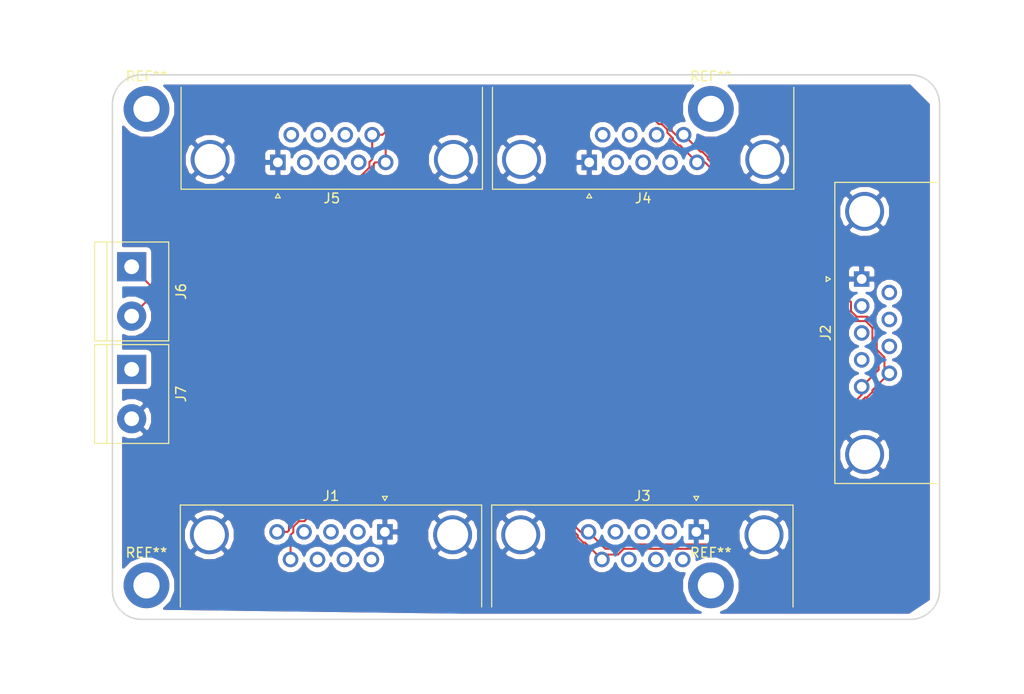
<source format=kicad_pcb>
(kicad_pcb (version 20171130) (host pcbnew 5.0.2-bee76a0~70~ubuntu18.04.1)

  (general
    (thickness 1.6)
    (drawings 8)
    (tracks 92)
    (zones 0)
    (modules 11)
    (nets 35)
  )

  (page A4)
  (layers
    (0 F.Cu signal)
    (31 B.Cu signal)
    (32 B.Adhes user)
    (33 F.Adhes user)
    (34 B.Paste user)
    (35 F.Paste user)
    (36 B.SilkS user)
    (37 F.SilkS user)
    (38 B.Mask user)
    (39 F.Mask user)
    (40 Dwgs.User user)
    (41 Cmts.User user)
    (42 Eco1.User user)
    (43 Eco2.User user)
    (44 Edge.Cuts user)
    (45 Margin user)
    (46 B.CrtYd user)
    (47 F.CrtYd user)
    (48 B.Fab user)
    (49 F.Fab user)
  )

  (setup
    (last_trace_width 0.2)
    (trace_clearance 0.2)
    (zone_clearance 0.508)
    (zone_45_only no)
    (trace_min 0.2)
    (segment_width 0.2)
    (edge_width 0.15)
    (via_size 0.8)
    (via_drill 0.4)
    (via_min_size 0.4)
    (via_min_drill 0.3)
    (uvia_size 0.3)
    (uvia_drill 0.1)
    (uvias_allowed no)
    (uvia_min_size 0.2)
    (uvia_min_drill 0.1)
    (pcb_text_width 0.3)
    (pcb_text_size 1.5 1.5)
    (mod_edge_width 0.15)
    (mod_text_size 1 1)
    (mod_text_width 0.15)
    (pad_size 1.524 1.524)
    (pad_drill 0.762)
    (pad_to_mask_clearance 0.051)
    (solder_mask_min_width 0.25)
    (aux_axis_origin 85 110)
    (visible_elements FFFFFF7F)
    (pcbplotparams
      (layerselection 0x010fc_ffffffff)
      (usegerberextensions false)
      (usegerberattributes false)
      (usegerberadvancedattributes false)
      (creategerberjobfile false)
      (excludeedgelayer true)
      (linewidth 0.100000)
      (plotframeref false)
      (viasonmask false)
      (mode 1)
      (useauxorigin false)
      (hpglpennumber 1)
      (hpglpenspeed 20)
      (hpglpendiameter 15.000000)
      (psnegative false)
      (psa4output false)
      (plotreference true)
      (plotvalue true)
      (plotinvisibletext false)
      (padsonsilk false)
      (subtractmaskfromsilk false)
      (outputformat 1)
      (mirror false)
      (drillshape 1)
      (scaleselection 1)
      (outputdirectory ""))
  )

  (net 0 "")
  (net 1 "Net-(J1-Pad2)")
  (net 2 "Net-(J1-Pad3)")
  (net 3 "Net-(J1-Pad4)")
  (net 4 GND)
  (net 5 "Net-(J1-Pad6)")
  (net 6 "Net-(J1-Pad7)")
  (net 7 "Net-(J1-Pad8)")
  (net 8 "Net-(J2-Pad2)")
  (net 9 "Net-(J2-Pad3)")
  (net 10 "Net-(J2-Pad4)")
  (net 11 "Net-(J2-Pad6)")
  (net 12 "Net-(J3-Pad6)")
  (net 13 "Net-(J3-Pad4)")
  (net 14 "Net-(J3-Pad3)")
  (net 15 "Net-(J3-Pad2)")
  (net 16 "Net-(J4-Pad6)")
  (net 17 "Net-(J4-Pad4)")
  (net 18 "Net-(J4-Pad3)")
  (net 19 "Net-(J4-Pad2)")
  (net 20 "Net-(J5-Pad2)")
  (net 21 "Net-(J5-Pad3)")
  (net 22 "Net-(J5-Pad4)")
  (net 23 "Net-(J5-Pad6)")
  (net 24 /can+)
  (net 25 /can-)
  (net 26 "Net-(J2-Pad7)")
  (net 27 "Net-(J2-Pad8)")
  (net 28 "Net-(J3-Pad8)")
  (net 29 "Net-(J3-Pad7)")
  (net 30 "Net-(J4-Pad8)")
  (net 31 "Net-(J4-Pad7)")
  (net 32 "Net-(J5-Pad7)")
  (net 33 "Net-(J5-Pad8)")
  (net 34 "Net-(J7-Pad1)")

  (net_class Default "This is the default net class."
    (clearance 0.2)
    (trace_width 0.2)
    (via_dia 0.8)
    (via_drill 0.4)
    (uvia_dia 0.3)
    (uvia_drill 0.1)
    (add_net /can+)
    (add_net /can-)
    (add_net GND)
    (add_net "Net-(J1-Pad2)")
    (add_net "Net-(J1-Pad3)")
    (add_net "Net-(J1-Pad4)")
    (add_net "Net-(J1-Pad6)")
    (add_net "Net-(J1-Pad7)")
    (add_net "Net-(J1-Pad8)")
    (add_net "Net-(J2-Pad2)")
    (add_net "Net-(J2-Pad3)")
    (add_net "Net-(J2-Pad4)")
    (add_net "Net-(J2-Pad6)")
    (add_net "Net-(J2-Pad7)")
    (add_net "Net-(J2-Pad8)")
    (add_net "Net-(J3-Pad2)")
    (add_net "Net-(J3-Pad3)")
    (add_net "Net-(J3-Pad4)")
    (add_net "Net-(J3-Pad6)")
    (add_net "Net-(J3-Pad7)")
    (add_net "Net-(J3-Pad8)")
    (add_net "Net-(J4-Pad2)")
    (add_net "Net-(J4-Pad3)")
    (add_net "Net-(J4-Pad4)")
    (add_net "Net-(J4-Pad6)")
    (add_net "Net-(J4-Pad7)")
    (add_net "Net-(J4-Pad8)")
    (add_net "Net-(J5-Pad2)")
    (add_net "Net-(J5-Pad3)")
    (add_net "Net-(J5-Pad4)")
    (add_net "Net-(J5-Pad6)")
    (add_net "Net-(J5-Pad7)")
    (add_net "Net-(J5-Pad8)")
    (add_net "Net-(J7-Pad1)")
  )

  (net_class can_high+ ""
    (clearance 0.2)
    (trace_width 0.2)
    (via_dia 0.8)
    (via_drill 0.4)
    (uvia_dia 0.3)
    (uvia_drill 0.1)
  )

  (net_class can_low- ""
    (clearance 0.2)
    (trace_width 0.2)
    (via_dia 0.8)
    (via_drill 0.4)
    (uvia_dia 0.3)
    (uvia_drill 0.1)
  )

  (module MountingHole:MountingHole_2.7mm_M2.5_DIN965_Pad (layer F.Cu) (tedit 56D1B4CB) (tstamp 5C6AB01B)
    (at 88.5 106.5)
    (descr "Mounting Hole 2.7mm, M2.5, DIN965")
    (tags "mounting hole 2.7mm m2.5 din965")
    (attr virtual)
    (fp_text reference REF** (at 0 -3.35) (layer F.SilkS)
      (effects (font (size 1 1) (thickness 0.15)))
    )
    (fp_text value MountingHole_2.7mm_M2.5_DIN965_Pad (at 0 3.35) (layer F.Fab)
      (effects (font (size 1 1) (thickness 0.15)))
    )
    (fp_circle (center 0 0) (end 2.6 0) (layer F.CrtYd) (width 0.05))
    (fp_circle (center 0 0) (end 2.35 0) (layer Cmts.User) (width 0.15))
    (fp_text user %R (at 0.3 0) (layer F.Fab)
      (effects (font (size 1 1) (thickness 0.15)))
    )
    (pad 1 thru_hole circle (at 0 0) (size 4.7 4.7) (drill 2.7) (layers *.Cu *.Mask))
  )

  (module MountingHole:MountingHole_2.7mm_M2.5_DIN965_Pad (layer F.Cu) (tedit 56D1B4CB) (tstamp 5C6AB07B)
    (at 146.5 106.5)
    (descr "Mounting Hole 2.7mm, M2.5, DIN965")
    (tags "mounting hole 2.7mm m2.5 din965")
    (attr virtual)
    (fp_text reference REF** (at 0 -3.35) (layer F.SilkS)
      (effects (font (size 1 1) (thickness 0.15)))
    )
    (fp_text value MountingHole_2.7mm_M2.5_DIN965_Pad (at 0 3.35) (layer F.Fab)
      (effects (font (size 1 1) (thickness 0.15)))
    )
    (fp_circle (center 0 0) (end 2.6 0) (layer F.CrtYd) (width 0.05))
    (fp_circle (center 0 0) (end 2.35 0) (layer Cmts.User) (width 0.15))
    (fp_text user %R (at 0.3 0) (layer F.Fab)
      (effects (font (size 1 1) (thickness 0.15)))
    )
    (pad 1 thru_hole circle (at 0 0) (size 4.7 4.7) (drill 2.7) (layers *.Cu *.Mask))
  )

  (module MountingHole:MountingHole_2.7mm_M2.5_DIN965_Pad (layer F.Cu) (tedit 56D1B4CB) (tstamp 5C6AB0C3)
    (at 88.5 57.5)
    (descr "Mounting Hole 2.7mm, M2.5, DIN965")
    (tags "mounting hole 2.7mm m2.5 din965")
    (attr virtual)
    (fp_text reference REF** (at 0 -3.35) (layer F.SilkS)
      (effects (font (size 1 1) (thickness 0.15)))
    )
    (fp_text value MountingHole_2.7mm_M2.5_DIN965_Pad (at 0 3.35) (layer F.Fab)
      (effects (font (size 1 1) (thickness 0.15)))
    )
    (fp_circle (center 0 0) (end 2.6 0) (layer F.CrtYd) (width 0.05))
    (fp_circle (center 0 0) (end 2.35 0) (layer Cmts.User) (width 0.15))
    (fp_text user %R (at 0.3 0) (layer F.Fab)
      (effects (font (size 1 1) (thickness 0.15)))
    )
    (pad 1 thru_hole circle (at 0 0) (size 4.7 4.7) (drill 2.7) (layers *.Cu *.Mask))
  )

  (module MountingHole:MountingHole_2.7mm_M2.5_DIN965_Pad (layer F.Cu) (tedit 56D1B4CB) (tstamp 5C6AB11D)
    (at 146.5 57.5)
    (descr "Mounting Hole 2.7mm, M2.5, DIN965")
    (tags "mounting hole 2.7mm m2.5 din965")
    (attr virtual)
    (fp_text reference REF** (at 0 -3.35) (layer F.SilkS)
      (effects (font (size 1 1) (thickness 0.15)))
    )
    (fp_text value MountingHole_2.7mm_M2.5_DIN965_Pad (at 0 3.35) (layer F.Fab)
      (effects (font (size 1 1) (thickness 0.15)))
    )
    (fp_circle (center 0 0) (end 2.6 0) (layer F.CrtYd) (width 0.05))
    (fp_circle (center 0 0) (end 2.35 0) (layer Cmts.User) (width 0.15))
    (fp_text user %R (at 0.3 0) (layer F.Fab)
      (effects (font (size 1 1) (thickness 0.15)))
    )
    (pad 1 thru_hole circle (at 0 0) (size 4.7 4.7) (drill 2.7) (layers *.Cu *.Mask))
  )

  (module Connector_Dsub:DSUB-9_Female_Horizontal_P2.77x2.84mm_EdgePinOffset4.94mm_Housed_MountingHolesOffset7.48mm (layer F.Cu) (tedit 59FEDEE2) (tstamp 5C7643B1)
    (at 113 101)
    (descr "9-pin D-Sub connector, horizontal/angled (90 deg), THT-mount, female, pitch 2.77x2.84mm, pin-PCB-offset 4.9399999999999995mm, distance of mounting holes 25mm, distance of mounting holes to PCB edge 7.4799999999999995mm, see https://disti-assets.s3.amazonaws.com/tonar/files/datasheets/16730.pdf")
    (tags "9-pin D-Sub connector horizontal angled 90deg THT female pitch 2.77x2.84mm pin-PCB-offset 4.9399999999999995mm mounting-holes-distance 25mm mounting-hole-offset 25mm")
    (path /5C5EB1FC)
    (fp_text reference J1 (at -5.54 -3.7) (layer F.SilkS)
      (effects (font (size 1 1) (thickness 0.15)))
    )
    (fp_text value DB9_Male_MountingHoles (at -5.54 15.85) (layer F.Fab)
      (effects (font (size 1 1) (thickness 0.15)))
    )
    (fp_arc (start -18.04 0.3) (end -19.64 0.3) (angle 180) (layer F.Fab) (width 0.1))
    (fp_arc (start 6.96 0.3) (end 5.36 0.3) (angle 180) (layer F.Fab) (width 0.1))
    (fp_line (start -20.965 -2.7) (end -20.965 7.78) (layer F.Fab) (width 0.1))
    (fp_line (start -20.965 7.78) (end 9.885 7.78) (layer F.Fab) (width 0.1))
    (fp_line (start 9.885 7.78) (end 9.885 -2.7) (layer F.Fab) (width 0.1))
    (fp_line (start 9.885 -2.7) (end -20.965 -2.7) (layer F.Fab) (width 0.1))
    (fp_line (start -20.965 7.78) (end -20.965 8.18) (layer F.Fab) (width 0.1))
    (fp_line (start -20.965 8.18) (end 9.885 8.18) (layer F.Fab) (width 0.1))
    (fp_line (start 9.885 8.18) (end 9.885 7.78) (layer F.Fab) (width 0.1))
    (fp_line (start 9.885 7.78) (end -20.965 7.78) (layer F.Fab) (width 0.1))
    (fp_line (start -13.69 8.18) (end -13.69 14.35) (layer F.Fab) (width 0.1))
    (fp_line (start -13.69 14.35) (end 2.61 14.35) (layer F.Fab) (width 0.1))
    (fp_line (start 2.61 14.35) (end 2.61 8.18) (layer F.Fab) (width 0.1))
    (fp_line (start 2.61 8.18) (end -13.69 8.18) (layer F.Fab) (width 0.1))
    (fp_line (start -20.54 8.18) (end -20.54 13.18) (layer F.Fab) (width 0.1))
    (fp_line (start -20.54 13.18) (end -15.54 13.18) (layer F.Fab) (width 0.1))
    (fp_line (start -15.54 13.18) (end -15.54 8.18) (layer F.Fab) (width 0.1))
    (fp_line (start -15.54 8.18) (end -20.54 8.18) (layer F.Fab) (width 0.1))
    (fp_line (start 4.46 8.18) (end 4.46 13.18) (layer F.Fab) (width 0.1))
    (fp_line (start 4.46 13.18) (end 9.46 13.18) (layer F.Fab) (width 0.1))
    (fp_line (start 9.46 13.18) (end 9.46 8.18) (layer F.Fab) (width 0.1))
    (fp_line (start 9.46 8.18) (end 4.46 8.18) (layer F.Fab) (width 0.1))
    (fp_line (start -19.64 7.78) (end -19.64 0.3) (layer F.Fab) (width 0.1))
    (fp_line (start -16.44 7.78) (end -16.44 0.3) (layer F.Fab) (width 0.1))
    (fp_line (start 5.36 7.78) (end 5.36 0.3) (layer F.Fab) (width 0.1))
    (fp_line (start 8.56 7.78) (end 8.56 0.3) (layer F.Fab) (width 0.1))
    (fp_line (start -21.025 7.72) (end -21.025 -2.76) (layer F.SilkS) (width 0.12))
    (fp_line (start -21.025 -2.76) (end 9.945 -2.76) (layer F.SilkS) (width 0.12))
    (fp_line (start 9.945 -2.76) (end 9.945 7.72) (layer F.SilkS) (width 0.12))
    (fp_line (start -0.25 -3.654338) (end 0.25 -3.654338) (layer F.SilkS) (width 0.12))
    (fp_line (start 0.25 -3.654338) (end 0 -3.221325) (layer F.SilkS) (width 0.12))
    (fp_line (start 0 -3.221325) (end -0.25 -3.654338) (layer F.SilkS) (width 0.12))
    (fp_line (start -21.5 -3.25) (end -21.5 14.85) (layer F.CrtYd) (width 0.05))
    (fp_line (start -21.5 14.85) (end 10.4 14.85) (layer F.CrtYd) (width 0.05))
    (fp_line (start 10.4 14.85) (end 10.4 -3.25) (layer F.CrtYd) (width 0.05))
    (fp_line (start 10.4 -3.25) (end -21.5 -3.25) (layer F.CrtYd) (width 0.05))
    (fp_text user %R (at -5.54 11.265) (layer F.Fab)
      (effects (font (size 1 1) (thickness 0.15)))
    )
    (pad 1 thru_hole rect (at 0 0) (size 1.6 1.6) (drill 1) (layers *.Cu *.Mask)
      (net 4 GND))
    (pad 2 thru_hole circle (at -2.77 0) (size 1.6 1.6) (drill 1) (layers *.Cu *.Mask)
      (net 1 "Net-(J1-Pad2)"))
    (pad 3 thru_hole circle (at -5.54 0) (size 1.6 1.6) (drill 1) (layers *.Cu *.Mask)
      (net 2 "Net-(J1-Pad3)"))
    (pad 4 thru_hole circle (at -8.31 0) (size 1.6 1.6) (drill 1) (layers *.Cu *.Mask)
      (net 3 "Net-(J1-Pad4)"))
    (pad 5 thru_hole circle (at -11.08 0) (size 1.6 1.6) (drill 1) (layers *.Cu *.Mask)
      (net 25 /can-))
    (pad 6 thru_hole circle (at -1.385 2.84) (size 1.6 1.6) (drill 1) (layers *.Cu *.Mask)
      (net 5 "Net-(J1-Pad6)"))
    (pad 7 thru_hole circle (at -4.155 2.84) (size 1.6 1.6) (drill 1) (layers *.Cu *.Mask)
      (net 6 "Net-(J1-Pad7)"))
    (pad 8 thru_hole circle (at -6.925 2.84) (size 1.6 1.6) (drill 1) (layers *.Cu *.Mask)
      (net 7 "Net-(J1-Pad8)"))
    (pad 9 thru_hole circle (at -9.695 2.84) (size 1.6 1.6) (drill 1) (layers *.Cu *.Mask)
      (net 24 /can+))
    (pad 0 thru_hole circle (at -18.04 0.3) (size 4 4) (drill 3.2) (layers *.Cu *.Mask)
      (net 4 GND))
    (pad 0 thru_hole circle (at 6.96 0.3) (size 4 4) (drill 3.2) (layers *.Cu *.Mask)
      (net 4 GND))
    (model ${KISYS3DMOD}/Connector_Dsub.3dshapes/DSUB-9_Female_Horizontal_P2.77x2.84mm_EdgePinOffset4.94mm_Housed_MountingHolesOffset7.48mm.wrl
      (at (xyz 0 0 0))
      (scale (xyz 1 1 1))
      (rotate (xyz 0 0 0))
    )
  )

  (module Connector_Dsub:DSUB-9_Female_Horizontal_P2.77x2.84mm_EdgePinOffset4.94mm_Housed_MountingHolesOffset7.48mm (layer F.Cu) (tedit 59FEDEE2) (tstamp 5C7643E5)
    (at 162 75 90)
    (descr "9-pin D-Sub connector, horizontal/angled (90 deg), THT-mount, female, pitch 2.77x2.84mm, pin-PCB-offset 4.9399999999999995mm, distance of mounting holes 25mm, distance of mounting holes to PCB edge 7.4799999999999995mm, see https://disti-assets.s3.amazonaws.com/tonar/files/datasheets/16730.pdf")
    (tags "9-pin D-Sub connector horizontal angled 90deg THT female pitch 2.77x2.84mm pin-PCB-offset 4.9399999999999995mm mounting-holes-distance 25mm mounting-hole-offset 25mm")
    (path /5C5EB2BF)
    (fp_text reference J2 (at -5.54 -3.7 90) (layer F.SilkS)
      (effects (font (size 1 1) (thickness 0.15)))
    )
    (fp_text value DB9_Male_MountingHoles (at -5.54 15.85 90) (layer F.Fab)
      (effects (font (size 1 1) (thickness 0.15)))
    )
    (fp_arc (start -18.04 0.3) (end -19.64 0.3) (angle 180) (layer F.Fab) (width 0.1))
    (fp_arc (start 6.96 0.3) (end 5.36 0.3) (angle 180) (layer F.Fab) (width 0.1))
    (fp_line (start -20.965 -2.7) (end -20.965 7.78) (layer F.Fab) (width 0.1))
    (fp_line (start -20.965 7.78) (end 9.885 7.78) (layer F.Fab) (width 0.1))
    (fp_line (start 9.885 7.78) (end 9.885 -2.7) (layer F.Fab) (width 0.1))
    (fp_line (start 9.885 -2.7) (end -20.965 -2.7) (layer F.Fab) (width 0.1))
    (fp_line (start -20.965 7.78) (end -20.965 8.18) (layer F.Fab) (width 0.1))
    (fp_line (start -20.965 8.18) (end 9.885 8.18) (layer F.Fab) (width 0.1))
    (fp_line (start 9.885 8.18) (end 9.885 7.78) (layer F.Fab) (width 0.1))
    (fp_line (start 9.885 7.78) (end -20.965 7.78) (layer F.Fab) (width 0.1))
    (fp_line (start -13.69 8.18) (end -13.69 14.35) (layer F.Fab) (width 0.1))
    (fp_line (start -13.69 14.35) (end 2.61 14.35) (layer F.Fab) (width 0.1))
    (fp_line (start 2.61 14.35) (end 2.61 8.18) (layer F.Fab) (width 0.1))
    (fp_line (start 2.61 8.18) (end -13.69 8.18) (layer F.Fab) (width 0.1))
    (fp_line (start -20.54 8.18) (end -20.54 13.18) (layer F.Fab) (width 0.1))
    (fp_line (start -20.54 13.18) (end -15.54 13.18) (layer F.Fab) (width 0.1))
    (fp_line (start -15.54 13.18) (end -15.54 8.18) (layer F.Fab) (width 0.1))
    (fp_line (start -15.54 8.18) (end -20.54 8.18) (layer F.Fab) (width 0.1))
    (fp_line (start 4.46 8.18) (end 4.46 13.18) (layer F.Fab) (width 0.1))
    (fp_line (start 4.46 13.18) (end 9.46 13.18) (layer F.Fab) (width 0.1))
    (fp_line (start 9.46 13.18) (end 9.46 8.18) (layer F.Fab) (width 0.1))
    (fp_line (start 9.46 8.18) (end 4.46 8.18) (layer F.Fab) (width 0.1))
    (fp_line (start -19.64 7.78) (end -19.64 0.3) (layer F.Fab) (width 0.1))
    (fp_line (start -16.44 7.78) (end -16.44 0.3) (layer F.Fab) (width 0.1))
    (fp_line (start 5.36 7.78) (end 5.36 0.3) (layer F.Fab) (width 0.1))
    (fp_line (start 8.56 7.78) (end 8.56 0.3) (layer F.Fab) (width 0.1))
    (fp_line (start -21.025 7.72) (end -21.025 -2.76) (layer F.SilkS) (width 0.12))
    (fp_line (start -21.025 -2.76) (end 9.945 -2.76) (layer F.SilkS) (width 0.12))
    (fp_line (start 9.945 -2.76) (end 9.945 7.72) (layer F.SilkS) (width 0.12))
    (fp_line (start -0.25 -3.654338) (end 0.25 -3.654338) (layer F.SilkS) (width 0.12))
    (fp_line (start 0.25 -3.654338) (end 0 -3.221325) (layer F.SilkS) (width 0.12))
    (fp_line (start 0 -3.221325) (end -0.25 -3.654338) (layer F.SilkS) (width 0.12))
    (fp_line (start -21.5 -3.25) (end -21.5 14.85) (layer F.CrtYd) (width 0.05))
    (fp_line (start -21.5 14.85) (end 10.4 14.85) (layer F.CrtYd) (width 0.05))
    (fp_line (start 10.4 14.85) (end 10.4 -3.25) (layer F.CrtYd) (width 0.05))
    (fp_line (start 10.4 -3.25) (end -21.5 -3.25) (layer F.CrtYd) (width 0.05))
    (fp_text user %R (at -5.54 11.265 90) (layer F.Fab)
      (effects (font (size 1 1) (thickness 0.15)))
    )
    (pad 1 thru_hole rect (at 0 0 90) (size 1.6 1.6) (drill 1) (layers *.Cu *.Mask)
      (net 4 GND))
    (pad 2 thru_hole circle (at -2.77 0 90) (size 1.6 1.6) (drill 1) (layers *.Cu *.Mask)
      (net 8 "Net-(J2-Pad2)"))
    (pad 3 thru_hole circle (at -5.54 0 90) (size 1.6 1.6) (drill 1) (layers *.Cu *.Mask)
      (net 9 "Net-(J2-Pad3)"))
    (pad 4 thru_hole circle (at -8.31 0 90) (size 1.6 1.6) (drill 1) (layers *.Cu *.Mask)
      (net 10 "Net-(J2-Pad4)"))
    (pad 5 thru_hole circle (at -11.08 0 90) (size 1.6 1.6) (drill 1) (layers *.Cu *.Mask)
      (net 25 /can-))
    (pad 6 thru_hole circle (at -1.385 2.84 90) (size 1.6 1.6) (drill 1) (layers *.Cu *.Mask)
      (net 11 "Net-(J2-Pad6)"))
    (pad 7 thru_hole circle (at -4.155 2.84 90) (size 1.6 1.6) (drill 1) (layers *.Cu *.Mask)
      (net 26 "Net-(J2-Pad7)"))
    (pad 8 thru_hole circle (at -6.925 2.84 90) (size 1.6 1.6) (drill 1) (layers *.Cu *.Mask)
      (net 27 "Net-(J2-Pad8)"))
    (pad 9 thru_hole circle (at -9.695 2.84 90) (size 1.6 1.6) (drill 1) (layers *.Cu *.Mask)
      (net 24 /can+))
    (pad 0 thru_hole circle (at -18.04 0.3 90) (size 4 4) (drill 3.2) (layers *.Cu *.Mask)
      (net 4 GND))
    (pad 0 thru_hole circle (at 6.96 0.3 90) (size 4 4) (drill 3.2) (layers *.Cu *.Mask)
      (net 4 GND))
    (model ${KISYS3DMOD}/Connector_Dsub.3dshapes/DSUB-9_Female_Horizontal_P2.77x2.84mm_EdgePinOffset4.94mm_Housed_MountingHolesOffset7.48mm.wrl
      (at (xyz 0 0 0))
      (scale (xyz 1 1 1))
      (rotate (xyz 0 0 0))
    )
  )

  (module Connector_Dsub:DSUB-9_Female_Horizontal_P2.77x2.84mm_EdgePinOffset4.94mm_Housed_MountingHolesOffset7.48mm (layer F.Cu) (tedit 59FEDEE2) (tstamp 5C764A1F)
    (at 145 101)
    (descr "9-pin D-Sub connector, horizontal/angled (90 deg), THT-mount, female, pitch 2.77x2.84mm, pin-PCB-offset 4.9399999999999995mm, distance of mounting holes 25mm, distance of mounting holes to PCB edge 7.4799999999999995mm, see https://disti-assets.s3.amazonaws.com/tonar/files/datasheets/16730.pdf")
    (tags "9-pin D-Sub connector horizontal angled 90deg THT female pitch 2.77x2.84mm pin-PCB-offset 4.9399999999999995mm mounting-holes-distance 25mm mounting-hole-offset 25mm")
    (path /5C5EB24F)
    (fp_text reference J3 (at -5.54 -3.7) (layer F.SilkS)
      (effects (font (size 1 1) (thickness 0.15)))
    )
    (fp_text value DB9_Male_MountingHoles (at -5.54 15.85) (layer F.Fab)
      (effects (font (size 1 1) (thickness 0.15)))
    )
    (fp_text user %R (at -5.54 11.265) (layer F.Fab)
      (effects (font (size 1 1) (thickness 0.15)))
    )
    (fp_line (start 10.4 -3.25) (end -21.5 -3.25) (layer F.CrtYd) (width 0.05))
    (fp_line (start 10.4 14.85) (end 10.4 -3.25) (layer F.CrtYd) (width 0.05))
    (fp_line (start -21.5 14.85) (end 10.4 14.85) (layer F.CrtYd) (width 0.05))
    (fp_line (start -21.5 -3.25) (end -21.5 14.85) (layer F.CrtYd) (width 0.05))
    (fp_line (start 0 -3.221325) (end -0.25 -3.654338) (layer F.SilkS) (width 0.12))
    (fp_line (start 0.25 -3.654338) (end 0 -3.221325) (layer F.SilkS) (width 0.12))
    (fp_line (start -0.25 -3.654338) (end 0.25 -3.654338) (layer F.SilkS) (width 0.12))
    (fp_line (start 9.945 -2.76) (end 9.945 7.72) (layer F.SilkS) (width 0.12))
    (fp_line (start -21.025 -2.76) (end 9.945 -2.76) (layer F.SilkS) (width 0.12))
    (fp_line (start -21.025 7.72) (end -21.025 -2.76) (layer F.SilkS) (width 0.12))
    (fp_line (start 8.56 7.78) (end 8.56 0.3) (layer F.Fab) (width 0.1))
    (fp_line (start 5.36 7.78) (end 5.36 0.3) (layer F.Fab) (width 0.1))
    (fp_line (start -16.44 7.78) (end -16.44 0.3) (layer F.Fab) (width 0.1))
    (fp_line (start -19.64 7.78) (end -19.64 0.3) (layer F.Fab) (width 0.1))
    (fp_line (start 9.46 8.18) (end 4.46 8.18) (layer F.Fab) (width 0.1))
    (fp_line (start 9.46 13.18) (end 9.46 8.18) (layer F.Fab) (width 0.1))
    (fp_line (start 4.46 13.18) (end 9.46 13.18) (layer F.Fab) (width 0.1))
    (fp_line (start 4.46 8.18) (end 4.46 13.18) (layer F.Fab) (width 0.1))
    (fp_line (start -15.54 8.18) (end -20.54 8.18) (layer F.Fab) (width 0.1))
    (fp_line (start -15.54 13.18) (end -15.54 8.18) (layer F.Fab) (width 0.1))
    (fp_line (start -20.54 13.18) (end -15.54 13.18) (layer F.Fab) (width 0.1))
    (fp_line (start -20.54 8.18) (end -20.54 13.18) (layer F.Fab) (width 0.1))
    (fp_line (start 2.61 8.18) (end -13.69 8.18) (layer F.Fab) (width 0.1))
    (fp_line (start 2.61 14.35) (end 2.61 8.18) (layer F.Fab) (width 0.1))
    (fp_line (start -13.69 14.35) (end 2.61 14.35) (layer F.Fab) (width 0.1))
    (fp_line (start -13.69 8.18) (end -13.69 14.35) (layer F.Fab) (width 0.1))
    (fp_line (start 9.885 7.78) (end -20.965 7.78) (layer F.Fab) (width 0.1))
    (fp_line (start 9.885 8.18) (end 9.885 7.78) (layer F.Fab) (width 0.1))
    (fp_line (start -20.965 8.18) (end 9.885 8.18) (layer F.Fab) (width 0.1))
    (fp_line (start -20.965 7.78) (end -20.965 8.18) (layer F.Fab) (width 0.1))
    (fp_line (start 9.885 -2.7) (end -20.965 -2.7) (layer F.Fab) (width 0.1))
    (fp_line (start 9.885 7.78) (end 9.885 -2.7) (layer F.Fab) (width 0.1))
    (fp_line (start -20.965 7.78) (end 9.885 7.78) (layer F.Fab) (width 0.1))
    (fp_line (start -20.965 -2.7) (end -20.965 7.78) (layer F.Fab) (width 0.1))
    (fp_arc (start 6.96 0.3) (end 5.36 0.3) (angle 180) (layer F.Fab) (width 0.1))
    (fp_arc (start -18.04 0.3) (end -19.64 0.3) (angle 180) (layer F.Fab) (width 0.1))
    (pad 0 thru_hole circle (at 6.96 0.3) (size 4 4) (drill 3.2) (layers *.Cu *.Mask)
      (net 4 GND))
    (pad 0 thru_hole circle (at -18.04 0.3) (size 4 4) (drill 3.2) (layers *.Cu *.Mask)
      (net 4 GND))
    (pad 9 thru_hole circle (at -9.695 2.84) (size 1.6 1.6) (drill 1) (layers *.Cu *.Mask)
      (net 24 /can+))
    (pad 8 thru_hole circle (at -6.925 2.84) (size 1.6 1.6) (drill 1) (layers *.Cu *.Mask)
      (net 28 "Net-(J3-Pad8)"))
    (pad 7 thru_hole circle (at -4.155 2.84) (size 1.6 1.6) (drill 1) (layers *.Cu *.Mask)
      (net 29 "Net-(J3-Pad7)"))
    (pad 6 thru_hole circle (at -1.385 2.84) (size 1.6 1.6) (drill 1) (layers *.Cu *.Mask)
      (net 12 "Net-(J3-Pad6)"))
    (pad 5 thru_hole circle (at -11.08 0) (size 1.6 1.6) (drill 1) (layers *.Cu *.Mask)
      (net 25 /can-))
    (pad 4 thru_hole circle (at -8.31 0) (size 1.6 1.6) (drill 1) (layers *.Cu *.Mask)
      (net 13 "Net-(J3-Pad4)"))
    (pad 3 thru_hole circle (at -5.54 0) (size 1.6 1.6) (drill 1) (layers *.Cu *.Mask)
      (net 14 "Net-(J3-Pad3)"))
    (pad 2 thru_hole circle (at -2.77 0) (size 1.6 1.6) (drill 1) (layers *.Cu *.Mask)
      (net 15 "Net-(J3-Pad2)"))
    (pad 1 thru_hole rect (at 0 0) (size 1.6 1.6) (drill 1) (layers *.Cu *.Mask)
      (net 4 GND))
    (model ${KISYS3DMOD}/Connector_Dsub.3dshapes/DSUB-9_Female_Horizontal_P2.77x2.84mm_EdgePinOffset4.94mm_Housed_MountingHolesOffset7.48mm.wrl
      (at (xyz 0 0 0))
      (scale (xyz 1 1 1))
      (rotate (xyz 0 0 0))
    )
  )

  (module Connector_Dsub:DSUB-9_Female_Horizontal_P2.77x2.84mm_EdgePinOffset4.94mm_Housed_MountingHolesOffset7.48mm (layer F.Cu) (tedit 59FEDEE2) (tstamp 5C76444D)
    (at 134 63 180)
    (descr "9-pin D-Sub connector, horizontal/angled (90 deg), THT-mount, female, pitch 2.77x2.84mm, pin-PCB-offset 4.9399999999999995mm, distance of mounting holes 25mm, distance of mounting holes to PCB edge 7.4799999999999995mm, see https://disti-assets.s3.amazonaws.com/tonar/files/datasheets/16730.pdf")
    (tags "9-pin D-Sub connector horizontal angled 90deg THT female pitch 2.77x2.84mm pin-PCB-offset 4.9399999999999995mm mounting-holes-distance 25mm mounting-hole-offset 25mm")
    (path /5C5EB297)
    (fp_text reference J4 (at -5.54 -3.7 180) (layer F.SilkS)
      (effects (font (size 1 1) (thickness 0.15)))
    )
    (fp_text value DB9_Male_MountingHoles (at -5.54 15.85 180) (layer F.Fab)
      (effects (font (size 1 1) (thickness 0.15)))
    )
    (fp_text user %R (at -5.54 11.265 180) (layer F.Fab)
      (effects (font (size 1 1) (thickness 0.15)))
    )
    (fp_line (start 10.4 -3.25) (end -21.5 -3.25) (layer F.CrtYd) (width 0.05))
    (fp_line (start 10.4 14.85) (end 10.4 -3.25) (layer F.CrtYd) (width 0.05))
    (fp_line (start -21.5 14.85) (end 10.4 14.85) (layer F.CrtYd) (width 0.05))
    (fp_line (start -21.5 -3.25) (end -21.5 14.85) (layer F.CrtYd) (width 0.05))
    (fp_line (start 0 -3.221325) (end -0.25 -3.654338) (layer F.SilkS) (width 0.12))
    (fp_line (start 0.25 -3.654338) (end 0 -3.221325) (layer F.SilkS) (width 0.12))
    (fp_line (start -0.25 -3.654338) (end 0.25 -3.654338) (layer F.SilkS) (width 0.12))
    (fp_line (start 9.945 -2.76) (end 9.945 7.72) (layer F.SilkS) (width 0.12))
    (fp_line (start -21.025 -2.76) (end 9.945 -2.76) (layer F.SilkS) (width 0.12))
    (fp_line (start -21.025 7.72) (end -21.025 -2.76) (layer F.SilkS) (width 0.12))
    (fp_line (start 8.56 7.78) (end 8.56 0.3) (layer F.Fab) (width 0.1))
    (fp_line (start 5.36 7.78) (end 5.36 0.3) (layer F.Fab) (width 0.1))
    (fp_line (start -16.44 7.78) (end -16.44 0.3) (layer F.Fab) (width 0.1))
    (fp_line (start -19.64 7.78) (end -19.64 0.3) (layer F.Fab) (width 0.1))
    (fp_line (start 9.46 8.18) (end 4.46 8.18) (layer F.Fab) (width 0.1))
    (fp_line (start 9.46 13.18) (end 9.46 8.18) (layer F.Fab) (width 0.1))
    (fp_line (start 4.46 13.18) (end 9.46 13.18) (layer F.Fab) (width 0.1))
    (fp_line (start 4.46 8.18) (end 4.46 13.18) (layer F.Fab) (width 0.1))
    (fp_line (start -15.54 8.18) (end -20.54 8.18) (layer F.Fab) (width 0.1))
    (fp_line (start -15.54 13.18) (end -15.54 8.18) (layer F.Fab) (width 0.1))
    (fp_line (start -20.54 13.18) (end -15.54 13.18) (layer F.Fab) (width 0.1))
    (fp_line (start -20.54 8.18) (end -20.54 13.18) (layer F.Fab) (width 0.1))
    (fp_line (start 2.61 8.18) (end -13.69 8.18) (layer F.Fab) (width 0.1))
    (fp_line (start 2.61 14.35) (end 2.61 8.18) (layer F.Fab) (width 0.1))
    (fp_line (start -13.69 14.35) (end 2.61 14.35) (layer F.Fab) (width 0.1))
    (fp_line (start -13.69 8.18) (end -13.69 14.35) (layer F.Fab) (width 0.1))
    (fp_line (start 9.885 7.78) (end -20.965 7.78) (layer F.Fab) (width 0.1))
    (fp_line (start 9.885 8.18) (end 9.885 7.78) (layer F.Fab) (width 0.1))
    (fp_line (start -20.965 8.18) (end 9.885 8.18) (layer F.Fab) (width 0.1))
    (fp_line (start -20.965 7.78) (end -20.965 8.18) (layer F.Fab) (width 0.1))
    (fp_line (start 9.885 -2.7) (end -20.965 -2.7) (layer F.Fab) (width 0.1))
    (fp_line (start 9.885 7.78) (end 9.885 -2.7) (layer F.Fab) (width 0.1))
    (fp_line (start -20.965 7.78) (end 9.885 7.78) (layer F.Fab) (width 0.1))
    (fp_line (start -20.965 -2.7) (end -20.965 7.78) (layer F.Fab) (width 0.1))
    (fp_arc (start 6.96 0.3) (end 5.36 0.3) (angle 180) (layer F.Fab) (width 0.1))
    (fp_arc (start -18.04 0.3) (end -19.64 0.3) (angle 180) (layer F.Fab) (width 0.1))
    (pad 0 thru_hole circle (at 6.96 0.3 180) (size 4 4) (drill 3.2) (layers *.Cu *.Mask)
      (net 4 GND))
    (pad 0 thru_hole circle (at -18.04 0.3 180) (size 4 4) (drill 3.2) (layers *.Cu *.Mask)
      (net 4 GND))
    (pad 9 thru_hole circle (at -9.695 2.84 180) (size 1.6 1.6) (drill 1) (layers *.Cu *.Mask)
      (net 24 /can+))
    (pad 8 thru_hole circle (at -6.925 2.84 180) (size 1.6 1.6) (drill 1) (layers *.Cu *.Mask)
      (net 30 "Net-(J4-Pad8)"))
    (pad 7 thru_hole circle (at -4.155 2.84 180) (size 1.6 1.6) (drill 1) (layers *.Cu *.Mask)
      (net 31 "Net-(J4-Pad7)"))
    (pad 6 thru_hole circle (at -1.385 2.84 180) (size 1.6 1.6) (drill 1) (layers *.Cu *.Mask)
      (net 16 "Net-(J4-Pad6)"))
    (pad 5 thru_hole circle (at -11.08 0 180) (size 1.6 1.6) (drill 1) (layers *.Cu *.Mask)
      (net 25 /can-))
    (pad 4 thru_hole circle (at -8.31 0 180) (size 1.6 1.6) (drill 1) (layers *.Cu *.Mask)
      (net 17 "Net-(J4-Pad4)"))
    (pad 3 thru_hole circle (at -5.54 0 180) (size 1.6 1.6) (drill 1) (layers *.Cu *.Mask)
      (net 18 "Net-(J4-Pad3)"))
    (pad 2 thru_hole circle (at -2.77 0 180) (size 1.6 1.6) (drill 1) (layers *.Cu *.Mask)
      (net 19 "Net-(J4-Pad2)"))
    (pad 1 thru_hole rect (at 0 0 180) (size 1.6 1.6) (drill 1) (layers *.Cu *.Mask)
      (net 4 GND))
    (model ${KISYS3DMOD}/Connector_Dsub.3dshapes/DSUB-9_Female_Horizontal_P2.77x2.84mm_EdgePinOffset4.94mm_Housed_MountingHolesOffset7.48mm.wrl
      (at (xyz 0 0 0))
      (scale (xyz 1 1 1))
      (rotate (xyz 0 0 0))
    )
  )

  (module Connector_Dsub:DSUB-9_Female_Horizontal_P2.77x2.84mm_EdgePinOffset4.94mm_Housed_MountingHolesOffset7.48mm (layer F.Cu) (tedit 59FEDEE2) (tstamp 5C764481)
    (at 102 63 180)
    (descr "9-pin D-Sub connector, horizontal/angled (90 deg), THT-mount, female, pitch 2.77x2.84mm, pin-PCB-offset 4.9399999999999995mm, distance of mounting holes 25mm, distance of mounting holes to PCB edge 7.4799999999999995mm, see https://disti-assets.s3.amazonaws.com/tonar/files/datasheets/16730.pdf")
    (tags "9-pin D-Sub connector horizontal angled 90deg THT female pitch 2.77x2.84mm pin-PCB-offset 4.9399999999999995mm mounting-holes-distance 25mm mounting-hole-offset 25mm")
    (path /5C5EB271)
    (fp_text reference J5 (at -5.54 -3.7 180) (layer F.SilkS)
      (effects (font (size 1 1) (thickness 0.15)))
    )
    (fp_text value DB9_Male_MountingHoles (at -5.54 15.85 180) (layer F.Fab)
      (effects (font (size 1 1) (thickness 0.15)))
    )
    (fp_arc (start -18.04 0.3) (end -19.64 0.3) (angle 180) (layer F.Fab) (width 0.1))
    (fp_arc (start 6.96 0.3) (end 5.36 0.3) (angle 180) (layer F.Fab) (width 0.1))
    (fp_line (start -20.965 -2.7) (end -20.965 7.78) (layer F.Fab) (width 0.1))
    (fp_line (start -20.965 7.78) (end 9.885 7.78) (layer F.Fab) (width 0.1))
    (fp_line (start 9.885 7.78) (end 9.885 -2.7) (layer F.Fab) (width 0.1))
    (fp_line (start 9.885 -2.7) (end -20.965 -2.7) (layer F.Fab) (width 0.1))
    (fp_line (start -20.965 7.78) (end -20.965 8.18) (layer F.Fab) (width 0.1))
    (fp_line (start -20.965 8.18) (end 9.885 8.18) (layer F.Fab) (width 0.1))
    (fp_line (start 9.885 8.18) (end 9.885 7.78) (layer F.Fab) (width 0.1))
    (fp_line (start 9.885 7.78) (end -20.965 7.78) (layer F.Fab) (width 0.1))
    (fp_line (start -13.69 8.18) (end -13.69 14.35) (layer F.Fab) (width 0.1))
    (fp_line (start -13.69 14.35) (end 2.61 14.35) (layer F.Fab) (width 0.1))
    (fp_line (start 2.61 14.35) (end 2.61 8.18) (layer F.Fab) (width 0.1))
    (fp_line (start 2.61 8.18) (end -13.69 8.18) (layer F.Fab) (width 0.1))
    (fp_line (start -20.54 8.18) (end -20.54 13.18) (layer F.Fab) (width 0.1))
    (fp_line (start -20.54 13.18) (end -15.54 13.18) (layer F.Fab) (width 0.1))
    (fp_line (start -15.54 13.18) (end -15.54 8.18) (layer F.Fab) (width 0.1))
    (fp_line (start -15.54 8.18) (end -20.54 8.18) (layer F.Fab) (width 0.1))
    (fp_line (start 4.46 8.18) (end 4.46 13.18) (layer F.Fab) (width 0.1))
    (fp_line (start 4.46 13.18) (end 9.46 13.18) (layer F.Fab) (width 0.1))
    (fp_line (start 9.46 13.18) (end 9.46 8.18) (layer F.Fab) (width 0.1))
    (fp_line (start 9.46 8.18) (end 4.46 8.18) (layer F.Fab) (width 0.1))
    (fp_line (start -19.64 7.78) (end -19.64 0.3) (layer F.Fab) (width 0.1))
    (fp_line (start -16.44 7.78) (end -16.44 0.3) (layer F.Fab) (width 0.1))
    (fp_line (start 5.36 7.78) (end 5.36 0.3) (layer F.Fab) (width 0.1))
    (fp_line (start 8.56 7.78) (end 8.56 0.3) (layer F.Fab) (width 0.1))
    (fp_line (start -21.025 7.72) (end -21.025 -2.76) (layer F.SilkS) (width 0.12))
    (fp_line (start -21.025 -2.76) (end 9.945 -2.76) (layer F.SilkS) (width 0.12))
    (fp_line (start 9.945 -2.76) (end 9.945 7.72) (layer F.SilkS) (width 0.12))
    (fp_line (start -0.25 -3.654338) (end 0.25 -3.654338) (layer F.SilkS) (width 0.12))
    (fp_line (start 0.25 -3.654338) (end 0 -3.221325) (layer F.SilkS) (width 0.12))
    (fp_line (start 0 -3.221325) (end -0.25 -3.654338) (layer F.SilkS) (width 0.12))
    (fp_line (start -21.5 -3.25) (end -21.5 14.85) (layer F.CrtYd) (width 0.05))
    (fp_line (start -21.5 14.85) (end 10.4 14.85) (layer F.CrtYd) (width 0.05))
    (fp_line (start 10.4 14.85) (end 10.4 -3.25) (layer F.CrtYd) (width 0.05))
    (fp_line (start 10.4 -3.25) (end -21.5 -3.25) (layer F.CrtYd) (width 0.05))
    (fp_text user %R (at -5.54 11.265 180) (layer F.Fab)
      (effects (font (size 1 1) (thickness 0.15)))
    )
    (pad 1 thru_hole rect (at 0 0 180) (size 1.6 1.6) (drill 1) (layers *.Cu *.Mask)
      (net 4 GND))
    (pad 2 thru_hole circle (at -2.77 0 180) (size 1.6 1.6) (drill 1) (layers *.Cu *.Mask)
      (net 20 "Net-(J5-Pad2)"))
    (pad 3 thru_hole circle (at -5.54 0 180) (size 1.6 1.6) (drill 1) (layers *.Cu *.Mask)
      (net 21 "Net-(J5-Pad3)"))
    (pad 4 thru_hole circle (at -8.31 0 180) (size 1.6 1.6) (drill 1) (layers *.Cu *.Mask)
      (net 22 "Net-(J5-Pad4)"))
    (pad 5 thru_hole circle (at -11.08 0 180) (size 1.6 1.6) (drill 1) (layers *.Cu *.Mask)
      (net 25 /can-))
    (pad 6 thru_hole circle (at -1.385 2.84 180) (size 1.6 1.6) (drill 1) (layers *.Cu *.Mask)
      (net 23 "Net-(J5-Pad6)"))
    (pad 7 thru_hole circle (at -4.155 2.84 180) (size 1.6 1.6) (drill 1) (layers *.Cu *.Mask)
      (net 32 "Net-(J5-Pad7)"))
    (pad 8 thru_hole circle (at -6.925 2.84 180) (size 1.6 1.6) (drill 1) (layers *.Cu *.Mask)
      (net 33 "Net-(J5-Pad8)"))
    (pad 9 thru_hole circle (at -9.695 2.84 180) (size 1.6 1.6) (drill 1) (layers *.Cu *.Mask)
      (net 24 /can+))
    (pad 0 thru_hole circle (at -18.04 0.3 180) (size 4 4) (drill 3.2) (layers *.Cu *.Mask)
      (net 4 GND))
    (pad 0 thru_hole circle (at 6.96 0.3 180) (size 4 4) (drill 3.2) (layers *.Cu *.Mask)
      (net 4 GND))
    (model ${KISYS3DMOD}/Connector_Dsub.3dshapes/DSUB-9_Female_Horizontal_P2.77x2.84mm_EdgePinOffset4.94mm_Housed_MountingHolesOffset7.48mm.wrl
      (at (xyz 0 0 0))
      (scale (xyz 1 1 1))
      (rotate (xyz 0 0 0))
    )
  )

  (module TerminalBlock:TerminalBlock_bornier-2_P5.08mm (layer F.Cu) (tedit 59FF03AB) (tstamp 5C6BA422)
    (at 86.974999 73.735001 270)
    (descr "simple 2-pin terminal block, pitch 5.08mm, revamped version of bornier2")
    (tags "terminal block bornier2")
    (path /5C5EFF80)
    (fp_text reference J6 (at 2.54 -5.08 270) (layer F.SilkS)
      (effects (font (size 1 1) (thickness 0.15)))
    )
    (fp_text value Connector_Screw_Terminal_01x02 (at 2.54 5.08 270) (layer F.Fab)
      (effects (font (size 1 1) (thickness 0.15)))
    )
    (fp_text user %R (at 2.54 0 270) (layer F.Fab)
      (effects (font (size 1 1) (thickness 0.15)))
    )
    (fp_line (start -2.41 2.55) (end 7.49 2.55) (layer F.Fab) (width 0.1))
    (fp_line (start -2.46 -3.75) (end -2.46 3.75) (layer F.Fab) (width 0.1))
    (fp_line (start -2.46 3.75) (end 7.54 3.75) (layer F.Fab) (width 0.1))
    (fp_line (start 7.54 3.75) (end 7.54 -3.75) (layer F.Fab) (width 0.1))
    (fp_line (start 7.54 -3.75) (end -2.46 -3.75) (layer F.Fab) (width 0.1))
    (fp_line (start 7.62 2.54) (end -2.54 2.54) (layer F.SilkS) (width 0.12))
    (fp_line (start 7.62 3.81) (end 7.62 -3.81) (layer F.SilkS) (width 0.12))
    (fp_line (start 7.62 -3.81) (end -2.54 -3.81) (layer F.SilkS) (width 0.12))
    (fp_line (start -2.54 -3.81) (end -2.54 3.81) (layer F.SilkS) (width 0.12))
    (fp_line (start -2.54 3.81) (end 7.62 3.81) (layer F.SilkS) (width 0.12))
    (fp_line (start -2.71 -4) (end 7.79 -4) (layer F.CrtYd) (width 0.05))
    (fp_line (start -2.71 -4) (end -2.71 4) (layer F.CrtYd) (width 0.05))
    (fp_line (start 7.79 4) (end 7.79 -4) (layer F.CrtYd) (width 0.05))
    (fp_line (start 7.79 4) (end -2.71 4) (layer F.CrtYd) (width 0.05))
    (pad 1 thru_hole rect (at 0 0 270) (size 3 3) (drill 1.52) (layers *.Cu *.Mask)
      (net 24 /can+))
    (pad 2 thru_hole circle (at 5.08 0 270) (size 3 3) (drill 1.52) (layers *.Cu *.Mask)
      (net 25 /can-))
    (model ${KISYS3DMOD}/TerminalBlock.3dshapes/TerminalBlock_bornier-2_P5.08mm.wrl
      (offset (xyz 2.539999961853027 0 0))
      (scale (xyz 1 1 1))
      (rotate (xyz 0 0 0))
    )
  )

  (module TerminalBlock:TerminalBlock_bornier-2_P5.08mm (layer F.Cu) (tedit 59FF03AB) (tstamp 5C6BA437)
    (at 86.974999 84.285001 270)
    (descr "simple 2-pin terminal block, pitch 5.08mm, revamped version of bornier2")
    (tags "terminal block bornier2")
    (path /5C5F0021)
    (fp_text reference J7 (at 2.54 -5.08 270) (layer F.SilkS)
      (effects (font (size 1 1) (thickness 0.15)))
    )
    (fp_text value Connector_Screw_Terminal_01x02 (at 2.54 5.08 270) (layer F.Fab)
      (effects (font (size 1 1) (thickness 0.15)))
    )
    (fp_line (start 7.79 4) (end -2.71 4) (layer F.CrtYd) (width 0.05))
    (fp_line (start 7.79 4) (end 7.79 -4) (layer F.CrtYd) (width 0.05))
    (fp_line (start -2.71 -4) (end -2.71 4) (layer F.CrtYd) (width 0.05))
    (fp_line (start -2.71 -4) (end 7.79 -4) (layer F.CrtYd) (width 0.05))
    (fp_line (start -2.54 3.81) (end 7.62 3.81) (layer F.SilkS) (width 0.12))
    (fp_line (start -2.54 -3.81) (end -2.54 3.81) (layer F.SilkS) (width 0.12))
    (fp_line (start 7.62 -3.81) (end -2.54 -3.81) (layer F.SilkS) (width 0.12))
    (fp_line (start 7.62 3.81) (end 7.62 -3.81) (layer F.SilkS) (width 0.12))
    (fp_line (start 7.62 2.54) (end -2.54 2.54) (layer F.SilkS) (width 0.12))
    (fp_line (start 7.54 -3.75) (end -2.46 -3.75) (layer F.Fab) (width 0.1))
    (fp_line (start 7.54 3.75) (end 7.54 -3.75) (layer F.Fab) (width 0.1))
    (fp_line (start -2.46 3.75) (end 7.54 3.75) (layer F.Fab) (width 0.1))
    (fp_line (start -2.46 -3.75) (end -2.46 3.75) (layer F.Fab) (width 0.1))
    (fp_line (start -2.41 2.55) (end 7.49 2.55) (layer F.Fab) (width 0.1))
    (fp_text user %R (at 2.54 0 270) (layer F.Fab)
      (effects (font (size 1 1) (thickness 0.15)))
    )
    (pad 2 thru_hole circle (at 5.08 0 270) (size 3 3) (drill 1.52) (layers *.Cu *.Mask)
      (net 4 GND))
    (pad 1 thru_hole rect (at 0 0 270) (size 3 3) (drill 1.52) (layers *.Cu *.Mask)
      (net 34 "Net-(J7-Pad1)"))
    (model ${KISYS3DMOD}/TerminalBlock.3dshapes/TerminalBlock_bornier-2_P5.08mm.wrl
      (offset (xyz 2.539999961853027 0 0))
      (scale (xyz 1 1 1))
      (rotate (xyz 0 0 0))
    )
  )

  (gr_line (start 170 57) (end 170 107) (layer Edge.Cuts) (width 0.15))
  (gr_line (start 88 110) (end 167 110) (layer Edge.Cuts) (width 0.15))
  (gr_line (start 85 57) (end 85 107) (layer Edge.Cuts) (width 0.15))
  (gr_line (start 88 54) (end 167 54) (layer Edge.Cuts) (width 0.15))
  (gr_arc (start 88 57) (end 88 54) (angle -90) (layer Edge.Cuts) (width 0.15))
  (gr_arc (start 167 57) (end 170 57) (angle -90) (layer Edge.Cuts) (width 0.15))
  (gr_arc (start 167 107) (end 167 110) (angle -90) (layer Edge.Cuts) (width 0.15))
  (gr_arc (start 88 107) (end 85 107) (angle -90) (layer Edge.Cuts) (width 0.15))

  (segment (start 104.7232 99.899999) (end 108.398199 96.225) (width 0.2) (layer F.Cu) (net 24))
  (segment (start 104.161999 99.899999) (end 104.7232 99.899999) (width 0.2) (layer F.Cu) (net 24))
  (segment (start 103.589999 100.471999) (end 104.161999 99.899999) (width 0.2) (layer F.Cu) (net 24))
  (segment (start 103.589999 101.0332) (end 103.589999 100.471999) (width 0.2) (layer F.Cu) (net 24))
  (segment (start 103.305 101.318199) (end 103.589999 101.0332) (width 0.2) (layer F.Cu) (net 24))
  (segment (start 103.305 103.84) (end 103.305 101.318199) (width 0.2) (layer F.Cu) (net 24))
  (segment (start 133.565001 102.100001) (end 135.305 103.84) (width 0.2) (layer F.Cu) (net 24))
  (segment (start 133.391999 102.100001) (end 133.565001 102.100001) (width 0.2) (layer F.Cu) (net 24))
  (segment (start 132.819999 101.528001) (end 133.391999 102.100001) (width 0.2) (layer F.Cu) (net 24))
  (segment (start 108.398199 96.225) (end 127.69 96.225) (width 0.2) (layer F.Cu) (net 24))
  (segment (start 127.69 96.225) (end 132.819999 101.354999) (width 0.2) (layer F.Cu) (net 24))
  (segment (start 132.819999 101.354999) (end 132.819999 101.528001) (width 0.2) (layer F.Cu) (net 24))
  (segment (start 163.100001 86.434999) (end 164.84 84.695) (width 0.2) (layer F.Cu) (net 24))
  (segment (start 163.100001 86.608001) (end 163.100001 86.434999) (width 0.2) (layer F.Cu) (net 24))
  (segment (start 162.528001 87.180001) (end 163.100001 86.608001) (width 0.2) (layer F.Cu) (net 24))
  (segment (start 146.795001 102.739999) (end 162.354999 87.180001) (width 0.2) (layer F.Cu) (net 24))
  (segment (start 137.546999 102.739999) (end 146.795001 102.739999) (width 0.2) (layer F.Cu) (net 24))
  (segment (start 135.305 103.84) (end 135.8075 103.3375) (width 0.2) (layer F.Cu) (net 24))
  (segment (start 135.8075 103.3375) (end 136.949498 103.3375) (width 0.2) (layer F.Cu) (net 24))
  (segment (start 162.354999 87.180001) (end 162.528001 87.180001) (width 0.2) (layer F.Cu) (net 24))
  (segment (start 136.949498 103.3375) (end 137.546999 102.739999) (width 0.2) (layer F.Cu) (net 24))
  (segment (start 145.608001 61.899999) (end 145.434999 61.899999) (width 0.2) (layer F.Cu) (net 24))
  (segment (start 146.180001 62.471999) (end 145.608001 61.899999) (width 0.2) (layer F.Cu) (net 24))
  (segment (start 160.899999 77.364999) (end 146.180001 62.645001) (width 0.2) (layer F.Cu) (net 24))
  (segment (start 160.899999 78.298001) (end 160.899999 77.364999) (width 0.2) (layer F.Cu) (net 24))
  (segment (start 161.471999 78.870001) (end 160.899999 78.298001) (width 0.2) (layer F.Cu) (net 24))
  (segment (start 146.180001 62.645001) (end 146.180001 62.471999) (width 0.2) (layer F.Cu) (net 24))
  (segment (start 145.434999 61.899999) (end 143.695 60.16) (width 0.2) (layer F.Cu) (net 24))
  (segment (start 163.549992 82.262994) (end 163.549992 79.825607) (width 0.2) (layer F.Cu) (net 24))
  (segment (start 164.3375 84.1925) (end 164.3375 83.050502) (width 0.2) (layer F.Cu) (net 24))
  (segment (start 163.549992 79.825607) (end 162.594386 78.870001) (width 0.2) (layer F.Cu) (net 24))
  (segment (start 164.84 84.695) (end 164.3375 84.1925) (width 0.2) (layer F.Cu) (net 24))
  (segment (start 164.3375 83.050502) (end 163.549992 82.262994) (width 0.2) (layer F.Cu) (net 24))
  (segment (start 162.594386 78.870001) (end 161.471999 78.870001) (width 0.2) (layer F.Cu) (net 24))
  (segment (start 116.146801 56.775) (end 112.761801 60.16) (width 0.2) (layer F.Cu) (net 24))
  (segment (start 139.491397 56.775) (end 116.146801 56.775) (width 0.2) (layer F.Cu) (net 24))
  (segment (start 141.326405 58.610008) (end 139.491397 56.775) (width 0.2) (layer F.Cu) (net 24))
  (segment (start 141.639393 58.610008) (end 141.326405 58.610008) (width 0.2) (layer F.Cu) (net 24))
  (segment (start 112.761801 60.16) (end 111.695 60.16) (width 0.2) (layer F.Cu) (net 24))
  (segment (start 143.695 60.16) (end 142.876397 60.16) (width 0.2) (layer F.Cu) (net 24))
  (segment (start 142.876397 60.16) (end 142.474992 59.758595) (width 0.2) (layer F.Cu) (net 24))
  (segment (start 142.474992 59.445607) (end 141.639393 58.610008) (width 0.2) (layer F.Cu) (net 24))
  (segment (start 142.474992 59.758595) (end 142.474992 59.445607) (width 0.2) (layer F.Cu) (net 24))
  (segment (start 89.289999 76.050001) (end 98.888001 76.050001) (width 0.2) (layer F.Cu) (net 24))
  (segment (start 86.974999 73.735001) (end 89.289999 76.050001) (width 0.2) (layer F.Cu) (net 24))
  (segment (start 98.888001 76.050001) (end 111.410001 63.528001) (width 0.2) (layer F.Cu) (net 24))
  (segment (start 111.695 62.681801) (end 111.695 60.16) (width 0.2) (layer F.Cu) (net 24))
  (segment (start 111.410001 63.528001) (end 111.410001 62.9668) (width 0.2) (layer F.Cu) (net 24))
  (segment (start 111.410001 62.9668) (end 111.695 62.681801) (width 0.2) (layer F.Cu) (net 24))
  (segment (start 102.986801 101) (end 103.140008 100.846793) (width 0.2) (layer F.Cu) (net 25))
  (segment (start 101.92 101) (end 102.986801 101) (width 0.2) (layer F.Cu) (net 25))
  (segment (start 103.140008 100.846793) (end 103.140008 100.285607) (width 0.2) (layer F.Cu) (net 25))
  (segment (start 103.140008 100.285607) (end 103.975607 99.450008) (width 0.2) (layer F.Cu) (net 25))
  (segment (start 103.975607 99.450008) (end 104.536792 99.450008) (width 0.2) (layer F.Cu) (net 25))
  (segment (start 104.536792 99.450008) (end 108.211801 95.775) (width 0.2) (layer F.Cu) (net 25))
  (segment (start 127.876397 95.775) (end 133.101397 101) (width 0.2) (layer F.Cu) (net 25))
  (segment (start 133.101397 101) (end 133.92 101) (width 0.2) (layer F.Cu) (net 25))
  (segment (start 108.211801 95.775) (end 127.876397 95.775) (width 0.2) (layer F.Cu) (net 25))
  (segment (start 135.659999 102.739999) (end 136.910616 102.739999) (width 0.2) (layer F.Cu) (net 25))
  (segment (start 133.92 101) (end 135.659999 102.739999) (width 0.2) (layer F.Cu) (net 25))
  (segment (start 136.910616 102.739999) (end 137.360607 102.290008) (width 0.2) (layer F.Cu) (net 25))
  (segment (start 137.360607 102.290008) (end 146.608595 102.290008) (width 0.2) (layer F.Cu) (net 25))
  (segment (start 146.608595 102.290008) (end 162 86.898603) (width 0.2) (layer F.Cu) (net 25))
  (segment (start 162 86.898603) (end 162 86.08) (width 0.2) (layer F.Cu) (net 25))
  (segment (start 163.100001 80.011999) (end 162.407994 79.319992) (width 0.2) (layer F.Cu) (net 25))
  (segment (start 163.100001 82.449386) (end 163.100001 80.011999) (width 0.2) (layer F.Cu) (net 25))
  (segment (start 162 86.08) (end 163.739999 84.340001) (width 0.2) (layer F.Cu) (net 25))
  (segment (start 163.739999 83.089384) (end 163.100001 82.449386) (width 0.2) (layer F.Cu) (net 25))
  (segment (start 163.739999 84.340001) (end 163.739999 83.089384) (width 0.2) (layer F.Cu) (net 25))
  (segment (start 160.450008 78.484393) (end 160.450008 77.551406) (width 0.2) (layer F.Cu) (net 25))
  (segment (start 161.285607 79.319992) (end 160.450008 78.484393) (width 0.2) (layer F.Cu) (net 25))
  (segment (start 160.450008 77.551406) (end 145.898603 63) (width 0.2) (layer F.Cu) (net 25))
  (segment (start 145.898603 63) (end 145.08 63) (width 0.2) (layer F.Cu) (net 25))
  (segment (start 162.407994 79.319992) (end 161.285607 79.319992) (width 0.2) (layer F.Cu) (net 25))
  (segment (start 116.333199 57.225) (end 113.08 60.478199) (width 0.2) (layer F.Cu) (net 25))
  (segment (start 145.08 63) (end 143.340001 61.260001) (width 0.2) (layer F.Cu) (net 25))
  (segment (start 142.594999 60.688001) (end 142.594999 60.514999) (width 0.2) (layer F.Cu) (net 25))
  (segment (start 141.453001 59.059999) (end 141.139999 59.059999) (width 0.2) (layer F.Cu) (net 25))
  (segment (start 142.594999 60.514999) (end 142.025001 59.945001) (width 0.2) (layer F.Cu) (net 25))
  (segment (start 143.166999 61.260001) (end 142.594999 60.688001) (width 0.2) (layer F.Cu) (net 25))
  (segment (start 142.025001 59.945001) (end 142.025001 59.631999) (width 0.2) (layer F.Cu) (net 25))
  (segment (start 142.025001 59.631999) (end 141.453001 59.059999) (width 0.2) (layer F.Cu) (net 25))
  (segment (start 143.340001 61.260001) (end 143.166999 61.260001) (width 0.2) (layer F.Cu) (net 25))
  (segment (start 139.305 57.225) (end 116.333199 57.225) (width 0.2) (layer F.Cu) (net 25))
  (segment (start 141.139999 59.059999) (end 139.305 57.225) (width 0.2) (layer F.Cu) (net 25))
  (segment (start 113.08 60.478199) (end 113.08 63) (width 0.2) (layer F.Cu) (net 25))
  (segment (start 89.289999 76.500001) (end 99.074384 76.500001) (width 0.2) (layer F.Cu) (net 25))
  (segment (start 86.974999 78.815001) (end 89.289999 76.500001) (width 0.2) (layer F.Cu) (net 25))
  (segment (start 99.074384 76.500001) (end 111.859992 63.714393) (width 0.2) (layer F.Cu) (net 25))
  (segment (start 111.859992 63.714393) (end 111.859992 63.153206) (width 0.2) (layer F.Cu) (net 25))
  (segment (start 111.859992 63.153206) (end 112.013199 63) (width 0.2) (layer F.Cu) (net 25))
  (segment (start 112.013199 63) (end 113.08 63) (width 0.2) (layer F.Cu) (net 25))

  (zone (net 4) (net_name GND) (layer F.Cu) (tstamp 0) (hatch edge 0.508)
    (connect_pads (clearance 0.508))
    (min_thickness 0.254)
    (fill yes (arc_segments 16) (thermal_gap 0.508) (thermal_bridge_width 0.508))
    (polygon
      (pts
        (xy 86 57) (xy 88 55) (xy 167 55) (xy 169 57) (xy 169 108)
        (xy 166 110) (xy 89 109) (xy 86 108)
      )
    )
    (filled_polygon
      (pts
        (xy 168.873 57.052606) (xy 168.873 107.932032) (xy 166.836048 109.29) (xy 147.564525 109.29) (xy 148.190867 109.030561)
        (xy 149.030561 108.190867) (xy 149.485 107.093753) (xy 149.485 105.906247) (xy 149.030561 104.809133) (xy 148.190867 103.969439)
        (xy 147.093753 103.515) (xy 145.906247 103.515) (xy 145.05 103.869669) (xy 145.05 103.554561) (xy 145.017044 103.474999)
        (xy 146.722617 103.474999) (xy 146.795001 103.489397) (xy 146.867385 103.474999) (xy 146.867389 103.474999) (xy 147.081784 103.432353)
        (xy 147.324906 103.269904) (xy 147.365912 103.208534) (xy 147.399424 103.175022) (xy 150.264584 103.175022) (xy 150.485353 103.545743)
        (xy 151.457012 103.939119) (xy 152.505247 103.930713) (xy 153.434647 103.545743) (xy 153.655416 103.175022) (xy 151.96 101.479605)
        (xy 150.264584 103.175022) (xy 147.399424 103.175022) (xy 149.324513 101.249933) (xy 149.329287 101.845247) (xy 149.714257 102.774647)
        (xy 150.084978 102.995416) (xy 151.780395 101.3) (xy 152.139605 101.3) (xy 153.835022 102.995416) (xy 154.205743 102.774647)
        (xy 154.599119 101.802988) (xy 154.590713 100.754753) (xy 154.205743 99.825353) (xy 153.835022 99.604584) (xy 152.139605 101.3)
        (xy 151.780395 101.3) (xy 151.766252 101.285858) (xy 151.945858 101.106252) (xy 151.96 101.120395) (xy 153.655416 99.424978)
        (xy 153.434647 99.054257) (xy 152.462988 98.660881) (xy 151.909124 98.665323) (xy 155.659425 94.915022) (xy 160.604584 94.915022)
        (xy 160.825353 95.285743) (xy 161.797012 95.679119) (xy 162.845247 95.670713) (xy 163.774647 95.285743) (xy 163.995416 94.915022)
        (xy 162.3 93.219605) (xy 160.604584 94.915022) (xy 155.659425 94.915022) (xy 158.037435 92.537012) (xy 159.660881 92.537012)
        (xy 159.669287 93.585247) (xy 160.054257 94.514647) (xy 160.424978 94.735416) (xy 162.120395 93.04) (xy 162.479605 93.04)
        (xy 164.175022 94.735416) (xy 164.545743 94.514647) (xy 164.939119 93.542988) (xy 164.930713 92.494753) (xy 164.545743 91.565353)
        (xy 164.175022 91.344584) (xy 162.479605 93.04) (xy 162.120395 93.04) (xy 160.424978 91.344584) (xy 160.054257 91.565353)
        (xy 159.660881 92.537012) (xy 158.037435 92.537012) (xy 159.409469 91.164978) (xy 160.604584 91.164978) (xy 162.3 92.860395)
        (xy 163.995416 91.164978) (xy 163.774647 90.794257) (xy 162.802988 90.400881) (xy 161.754753 90.409287) (xy 160.825353 90.794257)
        (xy 160.604584 91.164978) (xy 159.409469 91.164978) (xy 162.67411 87.900337) (xy 162.814784 87.872355) (xy 163.057906 87.709906)
        (xy 163.098912 87.648536) (xy 163.568539 87.17891) (xy 163.629906 87.137906) (xy 163.792355 86.894784) (xy 163.820337 86.754109)
        (xy 164.476698 86.097748) (xy 164.554561 86.13) (xy 165.125439 86.13) (xy 165.652862 85.911534) (xy 166.056534 85.507862)
        (xy 166.275 84.980439) (xy 166.275 84.409561) (xy 166.056534 83.882138) (xy 165.652862 83.478466) (xy 165.24615 83.31)
        (xy 165.652862 83.141534) (xy 166.056534 82.737862) (xy 166.275 82.210439) (xy 166.275 81.639561) (xy 166.056534 81.112138)
        (xy 165.652862 80.708466) (xy 165.24615 80.54) (xy 165.652862 80.371534) (xy 166.056534 79.967862) (xy 166.275 79.440439)
        (xy 166.275 78.869561) (xy 166.056534 78.342138) (xy 165.652862 77.938466) (xy 165.24615 77.77) (xy 165.652862 77.601534)
        (xy 166.056534 77.197862) (xy 166.275 76.670439) (xy 166.275 76.099561) (xy 166.056534 75.572138) (xy 165.652862 75.168466)
        (xy 165.125439 74.95) (xy 164.554561 74.95) (xy 164.027138 75.168466) (xy 163.623466 75.572138) (xy 163.405 76.099561)
        (xy 163.405 76.670439) (xy 163.623466 77.197862) (xy 164.027138 77.601534) (xy 164.43385 77.77) (xy 164.027138 77.938466)
        (xy 163.623466 78.342138) (xy 163.471895 78.708063) (xy 163.254657 78.490826) (xy 163.435 78.055439) (xy 163.435 77.484561)
        (xy 163.216534 76.957138) (xy 162.812862 76.553466) (xy 162.52686 76.435) (xy 162.92631 76.435) (xy 163.159699 76.338327)
        (xy 163.338327 76.159698) (xy 163.435 75.926309) (xy 163.435 75.28575) (xy 163.27625 75.127) (xy 162.127 75.127)
        (xy 162.127 75.147) (xy 161.873 75.147) (xy 161.873 75.127) (xy 160.72375 75.127) (xy 160.565 75.28575)
        (xy 160.565 75.926309) (xy 160.610427 76.035981) (xy 158.648137 74.073691) (xy 160.565 74.073691) (xy 160.565 74.71425)
        (xy 160.72375 74.873) (xy 161.873 74.873) (xy 161.873 73.72375) (xy 162.127 73.72375) (xy 162.127 74.873)
        (xy 163.27625 74.873) (xy 163.435 74.71425) (xy 163.435 74.073691) (xy 163.338327 73.840302) (xy 163.159699 73.661673)
        (xy 162.92631 73.565) (xy 162.28575 73.565) (xy 162.127 73.72375) (xy 161.873 73.72375) (xy 161.71425 73.565)
        (xy 161.07369 73.565) (xy 160.840301 73.661673) (xy 160.661673 73.840302) (xy 160.565 74.073691) (xy 158.648137 74.073691)
        (xy 154.489468 69.915022) (xy 160.604584 69.915022) (xy 160.825353 70.285743) (xy 161.797012 70.679119) (xy 162.845247 70.670713)
        (xy 163.774647 70.285743) (xy 163.995416 69.915022) (xy 162.3 68.219605) (xy 160.604584 69.915022) (xy 154.489468 69.915022)
        (xy 152.111458 67.537012) (xy 159.660881 67.537012) (xy 159.669287 68.585247) (xy 160.054257 69.514647) (xy 160.424978 69.735416)
        (xy 162.120395 68.04) (xy 162.479605 68.04) (xy 164.175022 69.735416) (xy 164.545743 69.514647) (xy 164.939119 68.542988)
        (xy 164.930713 67.494753) (xy 164.545743 66.565353) (xy 164.175022 66.344584) (xy 162.479605 68.04) (xy 162.120395 68.04)
        (xy 160.424978 66.344584) (xy 160.054257 66.565353) (xy 159.660881 67.537012) (xy 152.111458 67.537012) (xy 150.739424 66.164978)
        (xy 160.604584 66.164978) (xy 162.3 67.860395) (xy 163.995416 66.164978) (xy 163.774647 65.794257) (xy 162.802988 65.400881)
        (xy 161.754753 65.409287) (xy 160.825353 65.794257) (xy 160.604584 66.164978) (xy 150.739424 66.164978) (xy 149.149468 64.575022)
        (xy 150.344584 64.575022) (xy 150.565353 64.945743) (xy 151.537012 65.339119) (xy 152.585247 65.330713) (xy 153.514647 64.945743)
        (xy 153.735416 64.575022) (xy 152.04 62.879605) (xy 150.344584 64.575022) (xy 149.149468 64.575022) (xy 146.900337 62.325891)
        (xy 146.874702 62.197012) (xy 149.400881 62.197012) (xy 149.409287 63.245247) (xy 149.794257 64.174647) (xy 150.164978 64.395416)
        (xy 151.860395 62.7) (xy 152.219605 62.7) (xy 153.915022 64.395416) (xy 154.285743 64.174647) (xy 154.679119 63.202988)
        (xy 154.670713 62.154753) (xy 154.285743 61.225353) (xy 153.915022 61.004584) (xy 152.219605 62.7) (xy 151.860395 62.7)
        (xy 150.164978 61.004584) (xy 149.794257 61.225353) (xy 149.400881 62.197012) (xy 146.874702 62.197012) (xy 146.872355 62.185217)
        (xy 146.872355 62.185216) (xy 146.75091 62.003461) (xy 146.709906 61.942094) (xy 146.648538 61.901089) (xy 146.178912 61.431464)
        (xy 146.137906 61.370094) (xy 145.894784 61.207645) (xy 145.75411 61.179663) (xy 145.399425 60.824978) (xy 150.344584 60.824978)
        (xy 152.04 62.520395) (xy 153.735416 60.824978) (xy 153.514647 60.454257) (xy 152.542988 60.060881) (xy 151.494753 60.069287)
        (xy 150.565353 60.454257) (xy 150.344584 60.824978) (xy 145.399425 60.824978) (xy 145.097748 60.523302) (xy 145.13 60.445439)
        (xy 145.13 60.163468) (xy 145.906247 60.485) (xy 147.093753 60.485) (xy 148.190867 60.030561) (xy 149.030561 59.190867)
        (xy 149.485 58.093753) (xy 149.485 56.906247) (xy 149.030561 55.809133) (xy 148.348428 55.127) (xy 166.947394 55.127)
      )
    )
    (filled_polygon
      (pts
        (xy 140.048079 59.007525) (xy 139.708466 59.347138) (xy 139.54 59.75385) (xy 139.371534 59.347138) (xy 138.967862 58.943466)
        (xy 138.440439 58.725) (xy 137.869561 58.725) (xy 137.342138 58.943466) (xy 136.938466 59.347138) (xy 136.77 59.75385)
        (xy 136.601534 59.347138) (xy 136.197862 58.943466) (xy 135.670439 58.725) (xy 135.099561 58.725) (xy 134.572138 58.943466)
        (xy 134.168466 59.347138) (xy 133.95 59.874561) (xy 133.95 60.445439) (xy 134.168466 60.972862) (xy 134.572138 61.376534)
        (xy 135.099561 61.595) (xy 135.670439 61.595) (xy 136.197862 61.376534) (xy 136.601534 60.972862) (xy 136.77 60.56615)
        (xy 136.938466 60.972862) (xy 137.342138 61.376534) (xy 137.869561 61.595) (xy 138.440439 61.595) (xy 138.967862 61.376534)
        (xy 139.371534 60.972862) (xy 139.54 60.56615) (xy 139.708466 60.972862) (xy 140.112138 61.376534) (xy 140.639561 61.595)
        (xy 141.210439 61.595) (xy 141.737862 61.376534) (xy 141.997561 61.116835) (xy 142.065094 61.217906) (xy 142.126464 61.258912)
        (xy 142.432551 61.565) (xy 142.024561 61.565) (xy 141.497138 61.783466) (xy 141.093466 62.187138) (xy 140.925 62.59385)
        (xy 140.756534 62.187138) (xy 140.352862 61.783466) (xy 139.825439 61.565) (xy 139.254561 61.565) (xy 138.727138 61.783466)
        (xy 138.323466 62.187138) (xy 138.155 62.59385) (xy 137.986534 62.187138) (xy 137.582862 61.783466) (xy 137.055439 61.565)
        (xy 136.484561 61.565) (xy 135.957138 61.783466) (xy 135.553466 62.187138) (xy 135.435 62.47314) (xy 135.435 62.07369)
        (xy 135.338327 61.840301) (xy 135.159698 61.661673) (xy 134.926309 61.565) (xy 134.28575 61.565) (xy 134.127 61.72375)
        (xy 134.127 62.873) (xy 134.147 62.873) (xy 134.147 63.127) (xy 134.127 63.127) (xy 134.127 64.27625)
        (xy 134.28575 64.435) (xy 134.926309 64.435) (xy 135.159698 64.338327) (xy 135.338327 64.159699) (xy 135.435 63.92631)
        (xy 135.435 63.52686) (xy 135.553466 63.812862) (xy 135.957138 64.216534) (xy 136.484561 64.435) (xy 137.055439 64.435)
        (xy 137.582862 64.216534) (xy 137.986534 63.812862) (xy 138.155 63.40615) (xy 138.323466 63.812862) (xy 138.727138 64.216534)
        (xy 139.254561 64.435) (xy 139.825439 64.435) (xy 140.352862 64.216534) (xy 140.756534 63.812862) (xy 140.925 63.40615)
        (xy 141.093466 63.812862) (xy 141.497138 64.216534) (xy 142.024561 64.435) (xy 142.595439 64.435) (xy 143.122862 64.216534)
        (xy 143.526534 63.812862) (xy 143.695 63.40615) (xy 143.863466 63.812862) (xy 144.267138 64.216534) (xy 144.794561 64.435)
        (xy 145.365439 64.435) (xy 145.892862 64.216534) (xy 145.984276 64.12512) (xy 159.715009 77.855854) (xy 159.715008 78.412008)
        (xy 159.70061 78.484393) (xy 159.715008 78.556777) (xy 159.715008 78.55678) (xy 159.757654 78.771175) (xy 159.920103 79.014298)
        (xy 159.981473 79.055304) (xy 160.714697 79.788529) (xy 160.741452 79.82857) (xy 160.565 80.254561) (xy 160.565 80.825439)
        (xy 160.783466 81.352862) (xy 161.187138 81.756534) (xy 161.59385 81.925) (xy 161.187138 82.093466) (xy 160.783466 82.497138)
        (xy 160.565 83.024561) (xy 160.565 83.595439) (xy 160.783466 84.122862) (xy 161.187138 84.526534) (xy 161.59385 84.695)
        (xy 161.187138 84.863466) (xy 160.783466 85.267138) (xy 160.565 85.794561) (xy 160.565 86.365439) (xy 160.783466 86.892862)
        (xy 160.87488 86.984276) (xy 146.435 101.424157) (xy 146.435 101.28575) (xy 146.27625 101.127) (xy 145.127 101.127)
        (xy 145.127 101.147) (xy 144.873 101.147) (xy 144.873 101.127) (xy 144.853 101.127) (xy 144.853 100.873)
        (xy 144.873 100.873) (xy 144.873 99.72375) (xy 145.127 99.72375) (xy 145.127 100.873) (xy 146.27625 100.873)
        (xy 146.435 100.71425) (xy 146.435 100.07369) (xy 146.338327 99.840301) (xy 146.159698 99.661673) (xy 145.926309 99.565)
        (xy 145.28575 99.565) (xy 145.127 99.72375) (xy 144.873 99.72375) (xy 144.71425 99.565) (xy 144.073691 99.565)
        (xy 143.840302 99.661673) (xy 143.661673 99.840301) (xy 143.565 100.07369) (xy 143.565 100.47314) (xy 143.446534 100.187138)
        (xy 143.042862 99.783466) (xy 142.515439 99.565) (xy 141.944561 99.565) (xy 141.417138 99.783466) (xy 141.013466 100.187138)
        (xy 140.845 100.59385) (xy 140.676534 100.187138) (xy 140.272862 99.783466) (xy 139.745439 99.565) (xy 139.174561 99.565)
        (xy 138.647138 99.783466) (xy 138.243466 100.187138) (xy 138.075 100.59385) (xy 137.906534 100.187138) (xy 137.502862 99.783466)
        (xy 136.975439 99.565) (xy 136.404561 99.565) (xy 135.877138 99.783466) (xy 135.473466 100.187138) (xy 135.305 100.59385)
        (xy 135.136534 100.187138) (xy 134.732862 99.783466) (xy 134.205439 99.565) (xy 133.634561 99.565) (xy 133.107138 99.783466)
        (xy 133.015724 99.87488) (xy 128.447308 95.306465) (xy 128.406302 95.245095) (xy 128.16318 95.082646) (xy 127.948785 95.04)
        (xy 127.948781 95.04) (xy 127.876397 95.025602) (xy 127.804013 95.04) (xy 108.284185 95.04) (xy 108.211801 95.025602)
        (xy 108.139417 95.04) (xy 108.139413 95.04) (xy 107.925018 95.082646) (xy 107.681896 95.245095) (xy 107.640892 95.306462)
        (xy 104.232346 98.715008) (xy 104.04799 98.715008) (xy 103.975606 98.70061) (xy 103.903222 98.715008) (xy 103.903219 98.715008)
        (xy 103.688824 98.757654) (xy 103.445702 98.920103) (xy 103.404697 98.981471) (xy 102.671471 99.714698) (xy 102.631431 99.741452)
        (xy 102.205439 99.565) (xy 101.634561 99.565) (xy 101.107138 99.783466) (xy 100.703466 100.187138) (xy 100.485 100.714561)
        (xy 100.485 101.285439) (xy 100.703466 101.812862) (xy 101.107138 102.216534) (xy 101.634561 102.435) (xy 102.205439 102.435)
        (xy 102.570001 102.283993) (xy 102.57 102.591214) (xy 102.492138 102.623466) (xy 102.088466 103.027138) (xy 101.87 103.554561)
        (xy 101.87 104.125439) (xy 102.088466 104.652862) (xy 102.492138 105.056534) (xy 103.019561 105.275) (xy 103.590439 105.275)
        (xy 104.117862 105.056534) (xy 104.521534 104.652862) (xy 104.69 104.24615) (xy 104.858466 104.652862) (xy 105.262138 105.056534)
        (xy 105.789561 105.275) (xy 106.360439 105.275) (xy 106.887862 105.056534) (xy 107.291534 104.652862) (xy 107.46 104.24615)
        (xy 107.628466 104.652862) (xy 108.032138 105.056534) (xy 108.559561 105.275) (xy 109.130439 105.275) (xy 109.657862 105.056534)
        (xy 110.061534 104.652862) (xy 110.23 104.24615) (xy 110.398466 104.652862) (xy 110.802138 105.056534) (xy 111.329561 105.275)
        (xy 111.900439 105.275) (xy 112.427862 105.056534) (xy 112.831534 104.652862) (xy 113.05 104.125439) (xy 113.05 103.554561)
        (xy 112.89279 103.175022) (xy 118.264584 103.175022) (xy 118.485353 103.545743) (xy 119.457012 103.939119) (xy 120.505247 103.930713)
        (xy 121.434647 103.545743) (xy 121.655416 103.175022) (xy 125.264584 103.175022) (xy 125.485353 103.545743) (xy 126.457012 103.939119)
        (xy 127.505247 103.930713) (xy 128.434647 103.545743) (xy 128.655416 103.175022) (xy 126.96 101.479605) (xy 125.264584 103.175022)
        (xy 121.655416 103.175022) (xy 119.96 101.479605) (xy 118.264584 103.175022) (xy 112.89279 103.175022) (xy 112.831534 103.027138)
        (xy 112.427862 102.623466) (xy 111.900439 102.405) (xy 111.329561 102.405) (xy 110.802138 102.623466) (xy 110.398466 103.027138)
        (xy 110.23 103.43385) (xy 110.061534 103.027138) (xy 109.657862 102.623466) (xy 109.130439 102.405) (xy 108.559561 102.405)
        (xy 108.032138 102.623466) (xy 107.628466 103.027138) (xy 107.46 103.43385) (xy 107.291534 103.027138) (xy 106.887862 102.623466)
        (xy 106.360439 102.405) (xy 105.789561 102.405) (xy 105.262138 102.623466) (xy 104.858466 103.027138) (xy 104.69 103.43385)
        (xy 104.521534 103.027138) (xy 104.117862 102.623466) (xy 104.04 102.591214) (xy 104.04 102.283994) (xy 104.404561 102.435)
        (xy 104.975439 102.435) (xy 105.502862 102.216534) (xy 105.906534 101.812862) (xy 106.075 101.40615) (xy 106.243466 101.812862)
        (xy 106.647138 102.216534) (xy 107.174561 102.435) (xy 107.745439 102.435) (xy 108.272862 102.216534) (xy 108.676534 101.812862)
        (xy 108.845 101.40615) (xy 109.013466 101.812862) (xy 109.417138 102.216534) (xy 109.944561 102.435) (xy 110.515439 102.435)
        (xy 111.042862 102.216534) (xy 111.446534 101.812862) (xy 111.565 101.52686) (xy 111.565 101.92631) (xy 111.661673 102.159699)
        (xy 111.840302 102.338327) (xy 112.073691 102.435) (xy 112.71425 102.435) (xy 112.873 102.27625) (xy 112.873 101.127)
        (xy 113.127 101.127) (xy 113.127 102.27625) (xy 113.28575 102.435) (xy 113.926309 102.435) (xy 114.159698 102.338327)
        (xy 114.338327 102.159699) (xy 114.435 101.92631) (xy 114.435 101.28575) (xy 114.27625 101.127) (xy 113.127 101.127)
        (xy 112.873 101.127) (xy 112.853 101.127) (xy 112.853 100.873) (xy 112.873 100.873) (xy 112.873 99.72375)
        (xy 113.127 99.72375) (xy 113.127 100.873) (xy 114.27625 100.873) (xy 114.352238 100.797012) (xy 117.320881 100.797012)
        (xy 117.329287 101.845247) (xy 117.714257 102.774647) (xy 118.084978 102.995416) (xy 119.780395 101.3) (xy 120.139605 101.3)
        (xy 121.835022 102.995416) (xy 122.205743 102.774647) (xy 122.599119 101.802988) (xy 122.591052 100.797012) (xy 124.320881 100.797012)
        (xy 124.329287 101.845247) (xy 124.714257 102.774647) (xy 125.084978 102.995416) (xy 126.780395 101.3) (xy 127.139605 101.3)
        (xy 128.835022 102.995416) (xy 129.205743 102.774647) (xy 129.599119 101.802988) (xy 129.590713 100.754753) (xy 129.205743 99.825353)
        (xy 128.835022 99.604584) (xy 127.139605 101.3) (xy 126.780395 101.3) (xy 125.084978 99.604584) (xy 124.714257 99.825353)
        (xy 124.320881 100.797012) (xy 122.591052 100.797012) (xy 122.590713 100.754753) (xy 122.205743 99.825353) (xy 121.835022 99.604584)
        (xy 120.139605 101.3) (xy 119.780395 101.3) (xy 118.084978 99.604584) (xy 117.714257 99.825353) (xy 117.320881 100.797012)
        (xy 114.352238 100.797012) (xy 114.435 100.71425) (xy 114.435 100.07369) (xy 114.338327 99.840301) (xy 114.159698 99.661673)
        (xy 113.926309 99.565) (xy 113.28575 99.565) (xy 113.127 99.72375) (xy 112.873 99.72375) (xy 112.71425 99.565)
        (xy 112.073691 99.565) (xy 111.840302 99.661673) (xy 111.661673 99.840301) (xy 111.565 100.07369) (xy 111.565 100.47314)
        (xy 111.446534 100.187138) (xy 111.042862 99.783466) (xy 110.515439 99.565) (xy 109.944561 99.565) (xy 109.417138 99.783466)
        (xy 109.013466 100.187138) (xy 108.845 100.59385) (xy 108.676534 100.187138) (xy 108.272862 99.783466) (xy 107.745439 99.565)
        (xy 107.174561 99.565) (xy 106.647138 99.783466) (xy 106.243466 100.187138) (xy 106.075 100.59385) (xy 105.906534 100.187138)
        (xy 105.691021 99.971625) (xy 106.237668 99.424978) (xy 118.264584 99.424978) (xy 119.96 101.120395) (xy 121.655416 99.424978)
        (xy 125.264584 99.424978) (xy 126.96 101.120395) (xy 128.655416 99.424978) (xy 128.434647 99.054257) (xy 127.462988 98.660881)
        (xy 126.414753 98.669287) (xy 125.485353 99.054257) (xy 125.264584 99.424978) (xy 121.655416 99.424978) (xy 121.434647 99.054257)
        (xy 120.462988 98.660881) (xy 119.414753 98.669287) (xy 118.485353 99.054257) (xy 118.264584 99.424978) (xy 106.237668 99.424978)
        (xy 108.702646 96.96) (xy 127.385554 96.96) (xy 132.099663 101.67411) (xy 132.127645 101.814784) (xy 132.290094 102.057906)
        (xy 132.351463 102.098912) (xy 132.821089 102.568538) (xy 132.862094 102.629906) (xy 133.105216 102.792355) (xy 133.245891 102.820337)
        (xy 133.902252 103.476698) (xy 133.87 103.554561) (xy 133.87 104.125439) (xy 134.088466 104.652862) (xy 134.492138 105.056534)
        (xy 135.019561 105.275) (xy 135.590439 105.275) (xy 136.117862 105.056534) (xy 136.521534 104.652862) (xy 136.69 104.24615)
        (xy 136.858466 104.652862) (xy 137.262138 105.056534) (xy 137.789561 105.275) (xy 138.360439 105.275) (xy 138.887862 105.056534)
        (xy 139.291534 104.652862) (xy 139.46 104.24615) (xy 139.628466 104.652862) (xy 140.032138 105.056534) (xy 140.559561 105.275)
        (xy 141.130439 105.275) (xy 141.657862 105.056534) (xy 142.061534 104.652862) (xy 142.23 104.24615) (xy 142.398466 104.652862)
        (xy 142.802138 105.056534) (xy 143.329561 105.275) (xy 143.776471 105.275) (xy 143.515 105.906247) (xy 143.515 107.093753)
        (xy 143.969439 108.190867) (xy 144.809133 109.030561) (xy 145.435475 109.29) (xy 121.109786 109.29) (xy 90.33115 108.890278)
        (xy 91.030561 108.190867) (xy 91.485 107.093753) (xy 91.485 105.906247) (xy 91.030561 104.809133) (xy 90.190867 103.969439)
        (xy 89.093753 103.515) (xy 87.906247 103.515) (xy 86.809133 103.969439) (xy 86.127 104.651572) (xy 86.127 103.175022)
        (xy 93.264584 103.175022) (xy 93.485353 103.545743) (xy 94.457012 103.939119) (xy 95.505247 103.930713) (xy 96.434647 103.545743)
        (xy 96.655416 103.175022) (xy 94.96 101.479605) (xy 93.264584 103.175022) (xy 86.127 103.175022) (xy 86.127 100.797012)
        (xy 92.320881 100.797012) (xy 92.329287 101.845247) (xy 92.714257 102.774647) (xy 93.084978 102.995416) (xy 94.780395 101.3)
        (xy 95.139605 101.3) (xy 96.835022 102.995416) (xy 97.205743 102.774647) (xy 97.599119 101.802988) (xy 97.590713 100.754753)
        (xy 97.205743 99.825353) (xy 96.835022 99.604584) (xy 95.139605 101.3) (xy 94.780395 101.3) (xy 93.084978 99.604584)
        (xy 92.714257 99.825353) (xy 92.320881 100.797012) (xy 86.127 100.797012) (xy 86.127 99.424978) (xy 93.264584 99.424978)
        (xy 94.96 101.120395) (xy 96.655416 99.424978) (xy 96.434647 99.054257) (xy 95.462988 98.660881) (xy 94.414753 98.669287)
        (xy 93.485353 99.054257) (xy 93.264584 99.424978) (xy 86.127 99.424978) (xy 86.127 91.325762) (xy 86.591186 91.507724)
        (xy 87.440386 91.491498) (xy 88.149581 91.19774) (xy 88.309364 90.878971) (xy 86.974999 89.544606) (xy 86.960857 89.558749)
        (xy 86.781252 89.379144) (xy 86.795394 89.365001) (xy 87.154604 89.365001) (xy 88.488969 90.699366) (xy 88.807738 90.539583)
        (xy 89.117722 89.748814) (xy 89.101496 88.899614) (xy 88.807738 88.190419) (xy 88.488969 88.030636) (xy 87.154604 89.365001)
        (xy 86.795394 89.365001) (xy 86.781252 89.350859) (xy 86.960857 89.171254) (xy 86.974999 89.185396) (xy 88.309364 87.851031)
        (xy 88.149581 87.532262) (xy 87.358812 87.222278) (xy 86.509612 87.238504) (xy 86.127 87.396987) (xy 86.127 86.432441)
        (xy 88.474999 86.432441) (xy 88.722764 86.383158) (xy 88.932808 86.24281) (xy 89.073156 86.032766) (xy 89.122439 85.785001)
        (xy 89.122439 82.785001) (xy 89.073156 82.537236) (xy 88.932808 82.327192) (xy 88.722764 82.186844) (xy 88.474999 82.137561)
        (xy 86.127 82.137561) (xy 86.127 80.774656) (xy 86.550321 80.950001) (xy 87.399677 80.950001) (xy 88.184379 80.624967)
        (xy 88.784965 80.024381) (xy 89.109999 79.239679) (xy 89.109999 78.390323) (xy 88.913504 77.915942) (xy 89.594446 77.235001)
        (xy 99.002 77.235001) (xy 99.074384 77.249399) (xy 99.146768 77.235001) (xy 99.146772 77.235001) (xy 99.361167 77.192355)
        (xy 99.604289 77.029906) (xy 99.645295 76.968536) (xy 112.038809 64.575022) (xy 118.344584 64.575022) (xy 118.565353 64.945743)
        (xy 119.537012 65.339119) (xy 120.585247 65.330713) (xy 121.514647 64.945743) (xy 121.735416 64.575022) (xy 125.344584 64.575022)
        (xy 125.565353 64.945743) (xy 126.537012 65.339119) (xy 127.585247 65.330713) (xy 128.514647 64.945743) (xy 128.735416 64.575022)
        (xy 127.04 62.879605) (xy 125.344584 64.575022) (xy 121.735416 64.575022) (xy 120.04 62.879605) (xy 118.344584 64.575022)
        (xy 112.038809 64.575022) (xy 112.32853 64.285302) (xy 112.36857 64.258548) (xy 112.794561 64.435) (xy 113.365439 64.435)
        (xy 113.892862 64.216534) (xy 114.296534 63.812862) (xy 114.515 63.285439) (xy 114.515 62.714561) (xy 114.300624 62.197012)
        (xy 117.400881 62.197012) (xy 117.409287 63.245247) (xy 117.794257 64.174647) (xy 118.164978 64.395416) (xy 119.860395 62.7)
        (xy 120.219605 62.7) (xy 121.915022 64.395416) (xy 122.285743 64.174647) (xy 122.679119 63.202988) (xy 122.671052 62.197012)
        (xy 124.400881 62.197012) (xy 124.409287 63.245247) (xy 124.794257 64.174647) (xy 125.164978 64.395416) (xy 126.860395 62.7)
        (xy 127.219605 62.7) (xy 128.915022 64.395416) (xy 129.285743 64.174647) (xy 129.645612 63.28575) (xy 132.565 63.28575)
        (xy 132.565 63.92631) (xy 132.661673 64.159699) (xy 132.840302 64.338327) (xy 133.073691 64.435) (xy 133.71425 64.435)
        (xy 133.873 64.27625) (xy 133.873 63.127) (xy 132.72375 63.127) (xy 132.565 63.28575) (xy 129.645612 63.28575)
        (xy 129.679119 63.202988) (xy 129.670713 62.154753) (xy 129.637136 62.07369) (xy 132.565 62.07369) (xy 132.565 62.71425)
        (xy 132.72375 62.873) (xy 133.873 62.873) (xy 133.873 61.72375) (xy 133.71425 61.565) (xy 133.073691 61.565)
        (xy 132.840302 61.661673) (xy 132.661673 61.840301) (xy 132.565 62.07369) (xy 129.637136 62.07369) (xy 129.285743 61.225353)
        (xy 128.915022 61.004584) (xy 127.219605 62.7) (xy 126.860395 62.7) (xy 125.164978 61.004584) (xy 124.794257 61.225353)
        (xy 124.400881 62.197012) (xy 122.671052 62.197012) (xy 122.670713 62.154753) (xy 122.285743 61.225353) (xy 121.915022 61.004584)
        (xy 120.219605 62.7) (xy 119.860395 62.7) (xy 118.164978 61.004584) (xy 117.794257 61.225353) (xy 117.400881 62.197012)
        (xy 114.300624 62.197012) (xy 114.296534 62.187138) (xy 113.892862 61.783466) (xy 113.815 61.751214) (xy 113.815 60.824978)
        (xy 118.344584 60.824978) (xy 120.04 62.520395) (xy 121.735416 60.824978) (xy 125.344584 60.824978) (xy 127.04 62.520395)
        (xy 128.735416 60.824978) (xy 128.514647 60.454257) (xy 127.542988 60.060881) (xy 126.494753 60.069287) (xy 125.565353 60.454257)
        (xy 125.344584 60.824978) (xy 121.735416 60.824978) (xy 121.514647 60.454257) (xy 120.542988 60.060881) (xy 119.494753 60.069287)
        (xy 118.565353 60.454257) (xy 118.344584 60.824978) (xy 113.815 60.824978) (xy 113.815 60.782645) (xy 116.637646 57.96)
        (xy 139.000554 57.96)
      )
    )
    (filled_polygon
      (pts
        (xy 143.969439 55.809133) (xy 143.515 56.906247) (xy 143.515 58.093753) (xy 143.776471 58.725) (xy 143.409561 58.725)
        (xy 142.98357 58.901452) (xy 142.943529 58.874697) (xy 142.210304 58.141473) (xy 142.169298 58.080103) (xy 141.926176 57.917654)
        (xy 141.711781 57.875008) (xy 141.711777 57.875008) (xy 141.639393 57.86061) (xy 141.62026 57.864416) (xy 140.062308 56.306465)
        (xy 140.021302 56.245095) (xy 139.77818 56.082646) (xy 139.563785 56.04) (xy 139.563781 56.04) (xy 139.491397 56.025602)
        (xy 139.419013 56.04) (xy 116.219185 56.04) (xy 116.146801 56.025602) (xy 116.074417 56.04) (xy 116.074413 56.04)
        (xy 115.860018 56.082646) (xy 115.616896 56.245095) (xy 115.575892 56.306463) (xy 112.723375 59.158979) (xy 112.507862 58.943466)
        (xy 111.980439 58.725) (xy 111.409561 58.725) (xy 110.882138 58.943466) (xy 110.478466 59.347138) (xy 110.31 59.75385)
        (xy 110.141534 59.347138) (xy 109.737862 58.943466) (xy 109.210439 58.725) (xy 108.639561 58.725) (xy 108.112138 58.943466)
        (xy 107.708466 59.347138) (xy 107.54 59.75385) (xy 107.371534 59.347138) (xy 106.967862 58.943466) (xy 106.440439 58.725)
        (xy 105.869561 58.725) (xy 105.342138 58.943466) (xy 104.938466 59.347138) (xy 104.77 59.75385) (xy 104.601534 59.347138)
        (xy 104.197862 58.943466) (xy 103.670439 58.725) (xy 103.099561 58.725) (xy 102.572138 58.943466) (xy 102.168466 59.347138)
        (xy 101.95 59.874561) (xy 101.95 60.445439) (xy 102.168466 60.972862) (xy 102.572138 61.376534) (xy 103.099561 61.595)
        (xy 103.670439 61.595) (xy 104.197862 61.376534) (xy 104.601534 60.972862) (xy 104.77 60.56615) (xy 104.938466 60.972862)
        (xy 105.342138 61.376534) (xy 105.869561 61.595) (xy 106.440439 61.595) (xy 106.967862 61.376534) (xy 107.371534 60.972862)
        (xy 107.54 60.56615) (xy 107.708466 60.972862) (xy 108.112138 61.376534) (xy 108.639561 61.595) (xy 109.210439 61.595)
        (xy 109.737862 61.376534) (xy 110.141534 60.972862) (xy 110.31 60.56615) (xy 110.478466 60.972862) (xy 110.882138 61.376534)
        (xy 110.960001 61.408786) (xy 110.96 61.716006) (xy 110.595439 61.565) (xy 110.024561 61.565) (xy 109.497138 61.783466)
        (xy 109.093466 62.187138) (xy 108.925 62.59385) (xy 108.756534 62.187138) (xy 108.352862 61.783466) (xy 107.825439 61.565)
        (xy 107.254561 61.565) (xy 106.727138 61.783466) (xy 106.323466 62.187138) (xy 106.155 62.59385) (xy 105.986534 62.187138)
        (xy 105.582862 61.783466) (xy 105.055439 61.565) (xy 104.484561 61.565) (xy 103.957138 61.783466) (xy 103.553466 62.187138)
        (xy 103.435 62.47314) (xy 103.435 62.07369) (xy 103.338327 61.840301) (xy 103.159698 61.661673) (xy 102.926309 61.565)
        (xy 102.28575 61.565) (xy 102.127 61.72375) (xy 102.127 62.873) (xy 102.147 62.873) (xy 102.147 63.127)
        (xy 102.127 63.127) (xy 102.127 64.27625) (xy 102.28575 64.435) (xy 102.926309 64.435) (xy 103.159698 64.338327)
        (xy 103.338327 64.159699) (xy 103.435 63.92631) (xy 103.435 63.52686) (xy 103.553466 63.812862) (xy 103.957138 64.216534)
        (xy 104.484561 64.435) (xy 105.055439 64.435) (xy 105.582862 64.216534) (xy 105.986534 63.812862) (xy 106.155 63.40615)
        (xy 106.323466 63.812862) (xy 106.727138 64.216534) (xy 107.254561 64.435) (xy 107.825439 64.435) (xy 108.352862 64.216534)
        (xy 108.756534 63.812862) (xy 108.925 63.40615) (xy 109.093466 63.812862) (xy 109.497138 64.216534) (xy 109.62787 64.270685)
        (xy 98.583555 75.315001) (xy 89.594446 75.315001) (xy 89.122439 74.842994) (xy 89.122439 72.235001) (xy 89.073156 71.987236)
        (xy 88.932808 71.777192) (xy 88.722764 71.636844) (xy 88.474999 71.587561) (xy 86.127 71.587561) (xy 86.127 64.575022)
        (xy 93.344584 64.575022) (xy 93.565353 64.945743) (xy 94.537012 65.339119) (xy 95.585247 65.330713) (xy 96.514647 64.945743)
        (xy 96.735416 64.575022) (xy 95.04 62.879605) (xy 93.344584 64.575022) (xy 86.127 64.575022) (xy 86.127 62.197012)
        (xy 92.400881 62.197012) (xy 92.409287 63.245247) (xy 92.794257 64.174647) (xy 93.164978 64.395416) (xy 94.860395 62.7)
        (xy 95.219605 62.7) (xy 96.915022 64.395416) (xy 97.285743 64.174647) (xy 97.645612 63.28575) (xy 100.565 63.28575)
        (xy 100.565 63.92631) (xy 100.661673 64.159699) (xy 100.840302 64.338327) (xy 101.073691 64.435) (xy 101.71425 64.435)
        (xy 101.873 64.27625) (xy 101.873 63.127) (xy 100.72375 63.127) (xy 100.565 63.28575) (xy 97.645612 63.28575)
        (xy 97.679119 63.202988) (xy 97.670713 62.154753) (xy 97.637136 62.07369) (xy 100.565 62.07369) (xy 100.565 62.71425)
        (xy 100.72375 62.873) (xy 101.873 62.873) (xy 101.873 61.72375) (xy 101.71425 61.565) (xy 101.073691 61.565)
        (xy 100.840302 61.661673) (xy 100.661673 61.840301) (xy 100.565 62.07369) (xy 97.637136 62.07369) (xy 97.285743 61.225353)
        (xy 96.915022 61.004584) (xy 95.219605 62.7) (xy 94.860395 62.7) (xy 93.164978 61.004584) (xy 92.794257 61.225353)
        (xy 92.400881 62.197012) (xy 86.127 62.197012) (xy 86.127 60.824978) (xy 93.344584 60.824978) (xy 95.04 62.520395)
        (xy 96.735416 60.824978) (xy 96.514647 60.454257) (xy 95.542988 60.060881) (xy 94.494753 60.069287) (xy 93.565353 60.454257)
        (xy 93.344584 60.824978) (xy 86.127 60.824978) (xy 86.127 59.348428) (xy 86.809133 60.030561) (xy 87.906247 60.485)
        (xy 89.093753 60.485) (xy 90.190867 60.030561) (xy 91.030561 59.190867) (xy 91.485 58.093753) (xy 91.485 56.906247)
        (xy 91.030561 55.809133) (xy 90.348428 55.127) (xy 144.651572 55.127)
      )
    )
  )
  (zone (net 4) (net_name GND) (layer B.Cu) (tstamp 5C764D37) (hatch edge 0.508)
    (connect_pads (clearance 0.508))
    (min_thickness 0.254)
    (fill yes (arc_segments 16) (thermal_gap 0.508) (thermal_bridge_width 0.508))
    (polygon
      (pts
        (xy 86 57) (xy 88 55) (xy 167 55) (xy 169 57) (xy 169 108)
        (xy 166 110) (xy 89 109) (xy 86 108)
      )
    )
    (filled_polygon
      (pts
        (xy 143.969439 55.809133) (xy 143.515 56.906247) (xy 143.515 58.093753) (xy 143.776471 58.725) (xy 143.409561 58.725)
        (xy 142.882138 58.943466) (xy 142.478466 59.347138) (xy 142.31 59.75385) (xy 142.141534 59.347138) (xy 141.737862 58.943466)
        (xy 141.210439 58.725) (xy 140.639561 58.725) (xy 140.112138 58.943466) (xy 139.708466 59.347138) (xy 139.54 59.75385)
        (xy 139.371534 59.347138) (xy 138.967862 58.943466) (xy 138.440439 58.725) (xy 137.869561 58.725) (xy 137.342138 58.943466)
        (xy 136.938466 59.347138) (xy 136.77 59.75385) (xy 136.601534 59.347138) (xy 136.197862 58.943466) (xy 135.670439 58.725)
        (xy 135.099561 58.725) (xy 134.572138 58.943466) (xy 134.168466 59.347138) (xy 133.95 59.874561) (xy 133.95 60.445439)
        (xy 134.168466 60.972862) (xy 134.572138 61.376534) (xy 135.099561 61.595) (xy 135.670439 61.595) (xy 136.197862 61.376534)
        (xy 136.601534 60.972862) (xy 136.77 60.56615) (xy 136.938466 60.972862) (xy 137.342138 61.376534) (xy 137.869561 61.595)
        (xy 138.440439 61.595) (xy 138.967862 61.376534) (xy 139.371534 60.972862) (xy 139.54 60.56615) (xy 139.708466 60.972862)
        (xy 140.112138 61.376534) (xy 140.639561 61.595) (xy 141.210439 61.595) (xy 141.737862 61.376534) (xy 142.141534 60.972862)
        (xy 142.31 60.56615) (xy 142.478466 60.972862) (xy 142.882138 61.376534) (xy 143.409561 61.595) (xy 143.980439 61.595)
        (xy 144.507862 61.376534) (xy 144.911534 60.972862) (xy 144.972789 60.824978) (xy 150.344584 60.824978) (xy 152.04 62.520395)
        (xy 153.735416 60.824978) (xy 153.514647 60.454257) (xy 152.542988 60.060881) (xy 151.494753 60.069287) (xy 150.565353 60.454257)
        (xy 150.344584 60.824978) (xy 144.972789 60.824978) (xy 145.13 60.445439) (xy 145.13 60.163468) (xy 145.906247 60.485)
        (xy 147.093753 60.485) (xy 148.190867 60.030561) (xy 149.030561 59.190867) (xy 149.485 58.093753) (xy 149.485 56.906247)
        (xy 149.030561 55.809133) (xy 148.348428 55.127) (xy 166.947394 55.127) (xy 168.873 57.052606) (xy 168.873 107.932032)
        (xy 166.836048 109.29) (xy 147.564525 109.29) (xy 148.190867 109.030561) (xy 149.030561 108.190867) (xy 149.485 107.093753)
        (xy 149.485 105.906247) (xy 149.030561 104.809133) (xy 148.190867 103.969439) (xy 147.093753 103.515) (xy 145.906247 103.515)
        (xy 145.05 103.869669) (xy 145.05 103.554561) (xy 144.89279 103.175022) (xy 150.264584 103.175022) (xy 150.485353 103.545743)
        (xy 151.457012 103.939119) (xy 152.505247 103.930713) (xy 153.434647 103.545743) (xy 153.655416 103.175022) (xy 151.96 101.479605)
        (xy 150.264584 103.175022) (xy 144.89279 103.175022) (xy 144.831534 103.027138) (xy 144.427862 102.623466) (xy 143.900439 102.405)
        (xy 143.329561 102.405) (xy 142.802138 102.623466) (xy 142.398466 103.027138) (xy 142.23 103.43385) (xy 142.061534 103.027138)
        (xy 141.657862 102.623466) (xy 141.130439 102.405) (xy 140.559561 102.405) (xy 140.032138 102.623466) (xy 139.628466 103.027138)
        (xy 139.46 103.43385) (xy 139.291534 103.027138) (xy 138.887862 102.623466) (xy 138.360439 102.405) (xy 137.789561 102.405)
        (xy 137.262138 102.623466) (xy 136.858466 103.027138) (xy 136.69 103.43385) (xy 136.521534 103.027138) (xy 136.117862 102.623466)
        (xy 135.590439 102.405) (xy 135.019561 102.405) (xy 134.492138 102.623466) (xy 134.088466 103.027138) (xy 133.87 103.554561)
        (xy 133.87 104.125439) (xy 134.088466 104.652862) (xy 134.492138 105.056534) (xy 135.019561 105.275) (xy 135.590439 105.275)
        (xy 136.117862 105.056534) (xy 136.521534 104.652862) (xy 136.69 104.24615) (xy 136.858466 104.652862) (xy 137.262138 105.056534)
        (xy 137.789561 105.275) (xy 138.360439 105.275) (xy 138.887862 105.056534) (xy 139.291534 104.652862) (xy 139.46 104.24615)
        (xy 139.628466 104.652862) (xy 140.032138 105.056534) (xy 140.559561 105.275) (xy 141.130439 105.275) (xy 141.657862 105.056534)
        (xy 142.061534 104.652862) (xy 142.23 104.24615) (xy 142.398466 104.652862) (xy 142.802138 105.056534) (xy 143.329561 105.275)
        (xy 143.776471 105.275) (xy 143.515 105.906247) (xy 143.515 107.093753) (xy 143.969439 108.190867) (xy 144.809133 109.030561)
        (xy 145.435475 109.29) (xy 121.109786 109.29) (xy 90.33115 108.890278) (xy 91.030561 108.190867) (xy 91.485 107.093753)
        (xy 91.485 105.906247) (xy 91.030561 104.809133) (xy 90.190867 103.969439) (xy 89.093753 103.515) (xy 87.906247 103.515)
        (xy 86.809133 103.969439) (xy 86.127 104.651572) (xy 86.127 103.175022) (xy 93.264584 103.175022) (xy 93.485353 103.545743)
        (xy 94.457012 103.939119) (xy 95.505247 103.930713) (xy 96.413358 103.554561) (xy 101.87 103.554561) (xy 101.87 104.125439)
        (xy 102.088466 104.652862) (xy 102.492138 105.056534) (xy 103.019561 105.275) (xy 103.590439 105.275) (xy 104.117862 105.056534)
        (xy 104.521534 104.652862) (xy 104.69 104.24615) (xy 104.858466 104.652862) (xy 105.262138 105.056534) (xy 105.789561 105.275)
        (xy 106.360439 105.275) (xy 106.887862 105.056534) (xy 107.291534 104.652862) (xy 107.46 104.24615) (xy 107.628466 104.652862)
        (xy 108.032138 105.056534) (xy 108.559561 105.275) (xy 109.130439 105.275) (xy 109.657862 105.056534) (xy 110.061534 104.652862)
        (xy 110.23 104.24615) (xy 110.398466 104.652862) (xy 110.802138 105.056534) (xy 111.329561 105.275) (xy 111.900439 105.275)
        (xy 112.427862 105.056534) (xy 112.831534 104.652862) (xy 113.05 104.125439) (xy 113.05 103.554561) (xy 112.89279 103.175022)
        (xy 118.264584 103.175022) (xy 118.485353 103.545743) (xy 119.457012 103.939119) (xy 120.505247 103.930713) (xy 121.434647 103.545743)
        (xy 121.655416 103.175022) (xy 125.264584 103.175022) (xy 125.485353 103.545743) (xy 126.457012 103.939119) (xy 127.505247 103.930713)
        (xy 128.434647 103.545743) (xy 128.655416 103.175022) (xy 126.96 101.479605) (xy 125.264584 103.175022) (xy 121.655416 103.175022)
        (xy 119.96 101.479605) (xy 118.264584 103.175022) (xy 112.89279 103.175022) (xy 112.831534 103.027138) (xy 112.427862 102.623466)
        (xy 111.900439 102.405) (xy 111.329561 102.405) (xy 110.802138 102.623466) (xy 110.398466 103.027138) (xy 110.23 103.43385)
        (xy 110.061534 103.027138) (xy 109.657862 102.623466) (xy 109.130439 102.405) (xy 108.559561 102.405) (xy 108.032138 102.623466)
        (xy 107.628466 103.027138) (xy 107.46 103.43385) (xy 107.291534 103.027138) (xy 106.887862 102.623466) (xy 106.360439 102.405)
        (xy 105.789561 102.405) (xy 105.262138 102.623466) (xy 104.858466 103.027138) (xy 104.69 103.43385) (xy 104.521534 103.027138)
        (xy 104.117862 102.623466) (xy 103.590439 102.405) (xy 103.019561 102.405) (xy 102.492138 102.623466) (xy 102.088466 103.027138)
        (xy 101.87 103.554561) (xy 96.413358 103.554561) (xy 96.434647 103.545743) (xy 96.655416 103.175022) (xy 94.96 101.479605)
        (xy 93.264584 103.175022) (xy 86.127 103.175022) (xy 86.127 100.797012) (xy 92.320881 100.797012) (xy 92.329287 101.845247)
        (xy 92.714257 102.774647) (xy 93.084978 102.995416) (xy 94.780395 101.3) (xy 95.139605 101.3) (xy 96.835022 102.995416)
        (xy 97.205743 102.774647) (xy 97.599119 101.802988) (xy 97.590713 100.754753) (xy 97.574065 100.714561) (xy 100.485 100.714561)
        (xy 100.485 101.285439) (xy 100.703466 101.812862) (xy 101.107138 102.216534) (xy 101.634561 102.435) (xy 102.205439 102.435)
        (xy 102.732862 102.216534) (xy 103.136534 101.812862) (xy 103.305 101.40615) (xy 103.473466 101.812862) (xy 103.877138 102.216534)
        (xy 104.404561 102.435) (xy 104.975439 102.435) (xy 105.502862 102.216534) (xy 105.906534 101.812862) (xy 106.075 101.40615)
        (xy 106.243466 101.812862) (xy 106.647138 102.216534) (xy 107.174561 102.435) (xy 107.745439 102.435) (xy 108.272862 102.216534)
        (xy 108.676534 101.812862) (xy 108.845 101.40615) (xy 109.013466 101.812862) (xy 109.417138 102.216534) (xy 109.944561 102.435)
        (xy 110.515439 102.435) (xy 111.042862 102.216534) (xy 111.446534 101.812862) (xy 111.565 101.52686) (xy 111.565 101.92631)
        (xy 111.661673 102.159699) (xy 111.840302 102.338327) (xy 112.073691 102.435) (xy 112.71425 102.435) (xy 112.873 102.27625)
        (xy 112.873 101.127) (xy 113.127 101.127) (xy 113.127 102.27625) (xy 113.28575 102.435) (xy 113.926309 102.435)
        (xy 114.159698 102.338327) (xy 114.338327 102.159699) (xy 114.435 101.92631) (xy 114.435 101.28575) (xy 114.27625 101.127)
        (xy 113.127 101.127) (xy 112.873 101.127) (xy 112.853 101.127) (xy 112.853 100.873) (xy 112.873 100.873)
        (xy 112.873 99.72375) (xy 113.127 99.72375) (xy 113.127 100.873) (xy 114.27625 100.873) (xy 114.352238 100.797012)
        (xy 117.320881 100.797012) (xy 117.329287 101.845247) (xy 117.714257 102.774647) (xy 118.084978 102.995416) (xy 119.780395 101.3)
        (xy 120.139605 101.3) (xy 121.835022 102.995416) (xy 122.205743 102.774647) (xy 122.599119 101.802988) (xy 122.591052 100.797012)
        (xy 124.320881 100.797012) (xy 124.329287 101.845247) (xy 124.714257 102.774647) (xy 125.084978 102.995416) (xy 126.780395 101.3)
        (xy 127.139605 101.3) (xy 128.835022 102.995416) (xy 129.205743 102.774647) (xy 129.599119 101.802988) (xy 129.590713 100.754753)
        (xy 129.574065 100.714561) (xy 132.485 100.714561) (xy 132.485 101.285439) (xy 132.703466 101.812862) (xy 133.107138 102.216534)
        (xy 133.634561 102.435) (xy 134.205439 102.435) (xy 134.732862 102.216534) (xy 135.136534 101.812862) (xy 135.305 101.40615)
        (xy 135.473466 101.812862) (xy 135.877138 102.216534) (xy 136.404561 102.435) (xy 136.975439 102.435) (xy 137.502862 102.216534)
        (xy 137.906534 101.812862) (xy 138.075 101.40615) (xy 138.243466 101.812862) (xy 138.647138 102.216534) (xy 139.174561 102.435)
        (xy 139.745439 102.435) (xy 140.272862 102.216534) (xy 140.676534 101.812862) (xy 140.845 101.40615) (xy 141.013466 101.812862)
        (xy 141.417138 102.216534) (xy 141.944561 102.435) (xy 142.515439 102.435) (xy 143.042862 102.216534) (xy 143.446534 101.812862)
        (xy 143.565 101.52686) (xy 143.565 101.92631) (xy 143.661673 102.159699) (xy 143.840302 102.338327) (xy 144.073691 102.435)
        (xy 144.71425 102.435) (xy 144.873 102.27625) (xy 144.873 101.127) (xy 145.127 101.127) (xy 145.127 102.27625)
        (xy 145.28575 102.435) (xy 145.926309 102.435) (xy 146.159698 102.338327) (xy 146.338327 102.159699) (xy 146.435 101.92631)
        (xy 146.435 101.28575) (xy 146.27625 101.127) (xy 145.127 101.127) (xy 144.873 101.127) (xy 144.853 101.127)
        (xy 144.853 100.873) (xy 144.873 100.873) (xy 144.873 99.72375) (xy 145.127 99.72375) (xy 145.127 100.873)
        (xy 146.27625 100.873) (xy 146.352238 100.797012) (xy 149.320881 100.797012) (xy 149.329287 101.845247) (xy 149.714257 102.774647)
        (xy 150.084978 102.995416) (xy 151.780395 101.3) (xy 152.139605 101.3) (xy 153.835022 102.995416) (xy 154.205743 102.774647)
        (xy 154.599119 101.802988) (xy 154.590713 100.754753) (xy 154.205743 99.825353) (xy 153.835022 99.604584) (xy 152.139605 101.3)
        (xy 151.780395 101.3) (xy 150.084978 99.604584) (xy 149.714257 99.825353) (xy 149.320881 100.797012) (xy 146.352238 100.797012)
        (xy 146.435 100.71425) (xy 146.435 100.07369) (xy 146.338327 99.840301) (xy 146.159698 99.661673) (xy 145.926309 99.565)
        (xy 145.28575 99.565) (xy 145.127 99.72375) (xy 144.873 99.72375) (xy 144.71425 99.565) (xy 144.073691 99.565)
        (xy 143.840302 99.661673) (xy 143.661673 99.840301) (xy 143.565 100.07369) (xy 143.565 100.47314) (xy 143.446534 100.187138)
        (xy 143.042862 99.783466) (xy 142.515439 99.565) (xy 141.944561 99.565) (xy 141.417138 99.783466) (xy 141.013466 100.187138)
        (xy 140.845 100.59385) (xy 140.676534 100.187138) (xy 140.272862 99.783466) (xy 139.745439 99.565) (xy 139.174561 99.565)
        (xy 138.647138 99.783466) (xy 138.243466 100.187138) (xy 138.075 100.59385) (xy 137.906534 100.187138) (xy 137.502862 99.783466)
        (xy 136.975439 99.565) (xy 136.404561 99.565) (xy 135.877138 99.783466) (xy 135.473466 100.187138) (xy 135.305 100.59385)
        (xy 135.136534 100.187138) (xy 134.732862 99.783466) (xy 134.205439 99.565) (xy 133.634561 99.565) (xy 133.107138 99.783466)
        (xy 132.703466 100.187138) (xy 132.485 100.714561) (xy 129.574065 100.714561) (xy 129.205743 99.825353) (xy 128.835022 99.604584)
        (xy 127.139605 101.3) (xy 126.780395 101.3) (xy 125.084978 99.604584) (xy 124.714257 99.825353) (xy 124.320881 100.797012)
        (xy 122.591052 100.797012) (xy 122.590713 100.754753) (xy 122.205743 99.825353) (xy 121.835022 99.604584) (xy 120.139605 101.3)
        (xy 119.780395 101.3) (xy 118.084978 99.604584) (xy 117.714257 99.825353) (xy 117.320881 100.797012) (xy 114.352238 100.797012)
        (xy 114.435 100.71425) (xy 114.435 100.07369) (xy 114.338327 99.840301) (xy 114.159698 99.661673) (xy 113.926309 99.565)
        (xy 113.28575 99.565) (xy 113.127 99.72375) (xy 112.873 99.72375) (xy 112.71425 99.565) (xy 112.073691 99.565)
        (xy 111.840302 99.661673) (xy 111.661673 99.840301) (xy 111.565 100.07369) (xy 111.565 100.47314) (xy 111.446534 100.187138)
        (xy 111.042862 99.783466) (xy 110.515439 99.565) (xy 109.944561 99.565) (xy 109.417138 99.783466) (xy 109.013466 100.187138)
        (xy 108.845 100.59385) (xy 108.676534 100.187138) (xy 108.272862 99.783466) (xy 107.745439 99.565) (xy 107.174561 99.565)
        (xy 106.647138 99.783466) (xy 106.243466 100.187138) (xy 106.075 100.59385) (xy 105.906534 100.187138) (xy 105.502862 99.783466)
        (xy 104.975439 99.565) (xy 104.404561 99.565) (xy 103.877138 99.783466) (xy 103.473466 100.187138) (xy 103.305 100.59385)
        (xy 103.136534 100.187138) (xy 102.732862 99.783466) (xy 102.205439 99.565) (xy 101.634561 99.565) (xy 101.107138 99.783466)
        (xy 100.703466 100.187138) (xy 100.485 100.714561) (xy 97.574065 100.714561) (xy 97.205743 99.825353) (xy 96.835022 99.604584)
        (xy 95.139605 101.3) (xy 94.780395 101.3) (xy 93.084978 99.604584) (xy 92.714257 99.825353) (xy 92.320881 100.797012)
        (xy 86.127 100.797012) (xy 86.127 99.424978) (xy 93.264584 99.424978) (xy 94.96 101.120395) (xy 96.655416 99.424978)
        (xy 118.264584 99.424978) (xy 119.96 101.120395) (xy 121.655416 99.424978) (xy 125.264584 99.424978) (xy 126.96 101.120395)
        (xy 128.655416 99.424978) (xy 150.264584 99.424978) (xy 151.96 101.120395) (xy 153.655416 99.424978) (xy 153.434647 99.054257)
        (xy 152.462988 98.660881) (xy 151.414753 98.669287) (xy 150.485353 99.054257) (xy 150.264584 99.424978) (xy 128.655416 99.424978)
        (xy 128.434647 99.054257) (xy 127.462988 98.660881) (xy 126.414753 98.669287) (xy 125.485353 99.054257) (xy 125.264584 99.424978)
        (xy 121.655416 99.424978) (xy 121.434647 99.054257) (xy 120.462988 98.660881) (xy 119.414753 98.669287) (xy 118.485353 99.054257)
        (xy 118.264584 99.424978) (xy 96.655416 99.424978) (xy 96.434647 99.054257) (xy 95.462988 98.660881) (xy 94.414753 98.669287)
        (xy 93.485353 99.054257) (xy 93.264584 99.424978) (xy 86.127 99.424978) (xy 86.127 94.915022) (xy 160.604584 94.915022)
        (xy 160.825353 95.285743) (xy 161.797012 95.679119) (xy 162.845247 95.670713) (xy 163.774647 95.285743) (xy 163.995416 94.915022)
        (xy 162.3 93.219605) (xy 160.604584 94.915022) (xy 86.127 94.915022) (xy 86.127 92.537012) (xy 159.660881 92.537012)
        (xy 159.669287 93.585247) (xy 160.054257 94.514647) (xy 160.424978 94.735416) (xy 162.120395 93.04) (xy 162.479605 93.04)
        (xy 164.175022 94.735416) (xy 164.545743 94.514647) (xy 164.939119 93.542988) (xy 164.930713 92.494753) (xy 164.545743 91.565353)
        (xy 164.175022 91.344584) (xy 162.479605 93.04) (xy 162.120395 93.04) (xy 160.424978 91.344584) (xy 160.054257 91.565353)
        (xy 159.660881 92.537012) (xy 86.127 92.537012) (xy 86.127 91.325762) (xy 86.591186 91.507724) (xy 87.440386 91.491498)
        (xy 88.149581 91.19774) (xy 88.166002 91.164978) (xy 160.604584 91.164978) (xy 162.3 92.860395) (xy 163.995416 91.164978)
        (xy 163.774647 90.794257) (xy 162.802988 90.400881) (xy 161.754753 90.409287) (xy 160.825353 90.794257) (xy 160.604584 91.164978)
        (xy 88.166002 91.164978) (xy 88.309364 90.878971) (xy 86.974999 89.544606) (xy 86.960857 89.558749) (xy 86.781252 89.379144)
        (xy 86.795394 89.365001) (xy 87.154604 89.365001) (xy 88.488969 90.699366) (xy 88.807738 90.539583) (xy 89.117722 89.748814)
        (xy 89.101496 88.899614) (xy 88.807738 88.190419) (xy 88.488969 88.030636) (xy 87.154604 89.365001) (xy 86.795394 89.365001)
        (xy 86.781252 89.350859) (xy 86.960857 89.171254) (xy 86.974999 89.185396) (xy 88.309364 87.851031) (xy 88.149581 87.532262)
        (xy 87.358812 87.222278) (xy 86.509612 87.238504) (xy 86.127 87.396987) (xy 86.127 86.432441) (xy 88.474999 86.432441)
        (xy 88.722764 86.383158) (xy 88.932808 86.24281) (xy 89.073156 86.032766) (xy 89.122439 85.785001) (xy 89.122439 82.785001)
        (xy 89.073156 82.537236) (xy 88.932808 82.327192) (xy 88.722764 82.186844) (xy 88.474999 82.137561) (xy 86.127 82.137561)
        (xy 86.127 80.774656) (xy 86.550321 80.950001) (xy 87.399677 80.950001) (xy 88.184379 80.624967) (xy 88.784965 80.024381)
        (xy 89.109999 79.239679) (xy 89.109999 78.390323) (xy 88.784965 77.605621) (xy 88.184379 77.005035) (xy 87.399677 76.680001)
        (xy 86.550321 76.680001) (xy 86.127 76.855346) (xy 86.127 75.882441) (xy 88.474999 75.882441) (xy 88.722764 75.833158)
        (xy 88.932808 75.69281) (xy 89.073156 75.482766) (xy 89.112344 75.28575) (xy 160.565 75.28575) (xy 160.565 75.926309)
        (xy 160.661673 76.159698) (xy 160.840301 76.338327) (xy 161.07369 76.435) (xy 161.47314 76.435) (xy 161.187138 76.553466)
        (xy 160.783466 76.957138) (xy 160.565 77.484561) (xy 160.565 78.055439) (xy 160.783466 78.582862) (xy 161.187138 78.986534)
        (xy 161.59385 79.155) (xy 161.187138 79.323466) (xy 160.783466 79.727138) (xy 160.565 80.254561) (xy 160.565 80.825439)
        (xy 160.783466 81.352862) (xy 161.187138 81.756534) (xy 161.59385 81.925) (xy 161.187138 82.093466) (xy 160.783466 82.497138)
        (xy 160.565 83.024561) (xy 160.565 83.595439) (xy 160.783466 84.122862) (xy 161.187138 84.526534) (xy 161.59385 84.695)
        (xy 161.187138 84.863466) (xy 160.783466 85.267138) (xy 160.565 85.794561) (xy 160.565 86.365439) (xy 160.783466 86.892862)
        (xy 161.187138 87.296534) (xy 161.714561 87.515) (xy 162.285439 87.515) (xy 162.812862 87.296534) (xy 163.216534 86.892862)
        (xy 163.435 86.365439) (xy 163.435 85.794561) (xy 163.216534 85.267138) (xy 162.812862 84.863466) (xy 162.40615 84.695)
        (xy 162.812862 84.526534) (xy 163.216534 84.122862) (xy 163.435 83.595439) (xy 163.435 83.024561) (xy 163.216534 82.497138)
        (xy 162.812862 82.093466) (xy 162.40615 81.925) (xy 162.812862 81.756534) (xy 163.216534 81.352862) (xy 163.435 80.825439)
        (xy 163.435 80.254561) (xy 163.216534 79.727138) (xy 162.812862 79.323466) (xy 162.40615 79.155) (xy 162.812862 78.986534)
        (xy 163.216534 78.582862) (xy 163.435 78.055439) (xy 163.435 77.484561) (xy 163.216534 76.957138) (xy 162.812862 76.553466)
        (xy 162.52686 76.435) (xy 162.92631 76.435) (xy 163.159699 76.338327) (xy 163.338327 76.159698) (xy 163.363236 76.099561)
        (xy 163.405 76.099561) (xy 163.405 76.670439) (xy 163.623466 77.197862) (xy 164.027138 77.601534) (xy 164.43385 77.77)
        (xy 164.027138 77.938466) (xy 163.623466 78.342138) (xy 163.405 78.869561) (xy 163.405 79.440439) (xy 163.623466 79.967862)
        (xy 164.027138 80.371534) (xy 164.43385 80.54) (xy 164.027138 80.708466) (xy 163.623466 81.112138) (xy 163.405 81.639561)
        (xy 163.405 82.210439) (xy 163.623466 82.737862) (xy 164.027138 83.141534) (xy 164.43385 83.31) (xy 164.027138 83.478466)
        (xy 163.623466 83.882138) (xy 163.405 84.409561) (xy 163.405 84.980439) (xy 163.623466 85.507862) (xy 164.027138 85.911534)
        (xy 164.554561 86.13) (xy 165.125439 86.13) (xy 165.652862 85.911534) (xy 166.056534 85.507862) (xy 166.275 84.980439)
        (xy 166.275 84.409561) (xy 166.056534 83.882138) (xy 165.652862 83.478466) (xy 165.24615 83.31) (xy 165.652862 83.141534)
        (xy 166.056534 82.737862) (xy 166.275 82.210439) (xy 166.275 81.639561) (xy 166.056534 81.112138) (xy 165.652862 80.708466)
        (xy 165.24615 80.54) (xy 165.652862 80.371534) (xy 166.056534 79.967862) (xy 166.275 79.440439) (xy 166.275 78.869561)
        (xy 166.056534 78.342138) (xy 165.652862 77.938466) (xy 165.24615 77.77) (xy 165.652862 77.601534) (xy 166.056534 77.197862)
        (xy 166.275 76.670439) (xy 166.275 76.099561) (xy 166.056534 75.572138) (xy 165.652862 75.168466) (xy 165.125439 74.95)
        (xy 164.554561 74.95) (xy 164.027138 75.168466) (xy 163.623466 75.572138) (xy 163.405 76.099561) (xy 163.363236 76.099561)
        (xy 163.435 75.926309) (xy 163.435 75.28575) (xy 163.27625 75.127) (xy 162.127 75.127) (xy 162.127 75.147)
        (xy 161.873 75.147) (xy 161.873 75.127) (xy 160.72375 75.127) (xy 160.565 75.28575) (xy 89.112344 75.28575)
        (xy 89.122439 75.235001) (xy 89.122439 74.073691) (xy 160.565 74.073691) (xy 160.565 74.71425) (xy 160.72375 74.873)
        (xy 161.873 74.873) (xy 161.873 73.72375) (xy 162.127 73.72375) (xy 162.127 74.873) (xy 163.27625 74.873)
        (xy 163.435 74.71425) (xy 163.435 74.073691) (xy 163.338327 73.840302) (xy 163.159699 73.661673) (xy 162.92631 73.565)
        (xy 162.28575 73.565) (xy 162.127 73.72375) (xy 161.873 73.72375) (xy 161.71425 73.565) (xy 161.07369 73.565)
        (xy 160.840301 73.661673) (xy 160.661673 73.840302) (xy 160.565 74.073691) (xy 89.122439 74.073691) (xy 89.122439 72.235001)
        (xy 89.073156 71.987236) (xy 88.932808 71.777192) (xy 88.722764 71.636844) (xy 88.474999 71.587561) (xy 86.127 71.587561)
        (xy 86.127 69.915022) (xy 160.604584 69.915022) (xy 160.825353 70.285743) (xy 161.797012 70.679119) (xy 162.845247 70.670713)
        (xy 163.774647 70.285743) (xy 163.995416 69.915022) (xy 162.3 68.219605) (xy 160.604584 69.915022) (xy 86.127 69.915022)
        (xy 86.127 67.537012) (xy 159.660881 67.537012) (xy 159.669287 68.585247) (xy 160.054257 69.514647) (xy 160.424978 69.735416)
        (xy 162.120395 68.04) (xy 162.479605 68.04) (xy 164.175022 69.735416) (xy 164.545743 69.514647) (xy 164.939119 68.542988)
        (xy 164.930713 67.494753) (xy 164.545743 66.565353) (xy 164.175022 66.344584) (xy 162.479605 68.04) (xy 162.120395 68.04)
        (xy 160.424978 66.344584) (xy 160.054257 66.565353) (xy 159.660881 67.537012) (xy 86.127 67.537012) (xy 86.127 66.164978)
        (xy 160.604584 66.164978) (xy 162.3 67.860395) (xy 163.995416 66.164978) (xy 163.774647 65.794257) (xy 162.802988 65.400881)
        (xy 161.754753 65.409287) (xy 160.825353 65.794257) (xy 160.604584 66.164978) (xy 86.127 66.164978) (xy 86.127 64.575022)
        (xy 93.344584 64.575022) (xy 93.565353 64.945743) (xy 94.537012 65.339119) (xy 95.585247 65.330713) (xy 96.514647 64.945743)
        (xy 96.735416 64.575022) (xy 118.344584 64.575022) (xy 118.565353 64.945743) (xy 119.537012 65.339119) (xy 120.585247 65.330713)
        (xy 121.514647 64.945743) (xy 121.735416 64.575022) (xy 125.344584 64.575022) (xy 125.565353 64.945743) (xy 126.537012 65.339119)
        (xy 127.585247 65.330713) (xy 128.514647 64.945743) (xy 128.735416 64.575022) (xy 150.344584 64.575022) (xy 150.565353 64.945743)
        (xy 151.537012 65.339119) (xy 152.585247 65.330713) (xy 153.514647 64.945743) (xy 153.735416 64.575022) (xy 152.04 62.879605)
        (xy 150.344584 64.575022) (xy 128.735416 64.575022) (xy 127.04 62.879605) (xy 125.344584 64.575022) (xy 121.735416 64.575022)
        (xy 120.04 62.879605) (xy 118.344584 64.575022) (xy 96.735416 64.575022) (xy 95.04 62.879605) (xy 93.344584 64.575022)
        (xy 86.127 64.575022) (xy 86.127 62.197012) (xy 92.400881 62.197012) (xy 92.409287 63.245247) (xy 92.794257 64.174647)
        (xy 93.164978 64.395416) (xy 94.860395 62.7) (xy 95.219605 62.7) (xy 96.915022 64.395416) (xy 97.285743 64.174647)
        (xy 97.645612 63.28575) (xy 100.565 63.28575) (xy 100.565 63.92631) (xy 100.661673 64.159699) (xy 100.840302 64.338327)
        (xy 101.073691 64.435) (xy 101.71425 64.435) (xy 101.873 64.27625) (xy 101.873 63.127) (xy 100.72375 63.127)
        (xy 100.565 63.28575) (xy 97.645612 63.28575) (xy 97.679119 63.202988) (xy 97.670713 62.154753) (xy 97.637136 62.07369)
        (xy 100.565 62.07369) (xy 100.565 62.71425) (xy 100.72375 62.873) (xy 101.873 62.873) (xy 101.873 61.72375)
        (xy 102.127 61.72375) (xy 102.127 62.873) (xy 102.147 62.873) (xy 102.147 63.127) (xy 102.127 63.127)
        (xy 102.127 64.27625) (xy 102.28575 64.435) (xy 102.926309 64.435) (xy 103.159698 64.338327) (xy 103.338327 64.159699)
        (xy 103.435 63.92631) (xy 103.435 63.52686) (xy 103.553466 63.812862) (xy 103.957138 64.216534) (xy 104.484561 64.435)
        (xy 105.055439 64.435) (xy 105.582862 64.216534) (xy 105.986534 63.812862) (xy 106.155 63.40615) (xy 106.323466 63.812862)
        (xy 106.727138 64.216534) (xy 107.254561 64.435) (xy 107.825439 64.435) (xy 108.352862 64.216534) (xy 108.756534 63.812862)
        (xy 108.925 63.40615) (xy 109.093466 63.812862) (xy 109.497138 64.216534) (xy 110.024561 64.435) (xy 110.595439 64.435)
        (xy 111.122862 64.216534) (xy 111.526534 63.812862) (xy 111.695 63.40615) (xy 111.863466 63.812862) (xy 112.267138 64.216534)
        (xy 112.794561 64.435) (xy 113.365439 64.435) (xy 113.892862 64.216534) (xy 114.296534 63.812862) (xy 114.515 63.285439)
        (xy 114.515 62.714561) (xy 114.300624 62.197012) (xy 117.400881 62.197012) (xy 117.409287 63.245247) (xy 117.794257 64.174647)
        (xy 118.164978 64.395416) (xy 119.860395 62.7) (xy 120.219605 62.7) (xy 121.915022 64.395416) (xy 122.285743 64.174647)
        (xy 122.679119 63.202988) (xy 122.671052 62.197012) (xy 124.400881 62.197012) (xy 124.409287 63.245247) (xy 124.794257 64.174647)
        (xy 125.164978 64.395416) (xy 126.860395 62.7) (xy 127.219605 62.7) (xy 128.915022 64.395416) (xy 129.285743 64.174647)
        (xy 129.645612 63.28575) (xy 132.565 63.28575) (xy 132.565 63.92631) (xy 132.661673 64.159699) (xy 132.840302 64.338327)
        (xy 133.073691 64.435) (xy 133.71425 64.435) (xy 133.873 64.27625) (xy 133.873 63.127) (xy 132.72375 63.127)
        (xy 132.565 63.28575) (xy 129.645612 63.28575) (xy 129.679119 63.202988) (xy 129.670713 62.154753) (xy 129.637136 62.07369)
        (xy 132.565 62.07369) (xy 132.565 62.71425) (xy 132.72375 62.873) (xy 133.873 62.873) (xy 133.873 61.72375)
        (xy 134.127 61.72375) (xy 134.127 62.873) (xy 134.147 62.873) (xy 134.147 63.127) (xy 134.127 63.127)
        (xy 134.127 64.27625) (xy 134.28575 64.435) (xy 134.926309 64.435) (xy 135.159698 64.338327) (xy 135.338327 64.159699)
        (xy 135.435 63.92631) (xy 135.435 63.52686) (xy 135.553466 63.812862) (xy 135.957138 64.216534) (xy 136.484561 64.435)
        (xy 137.055439 64.435) (xy 137.582862 64.216534) (xy 137.986534 63.812862) (xy 138.155 63.40615) (xy 138.323466 63.812862)
        (xy 138.727138 64.216534) (xy 139.254561 64.435) (xy 139.825439 64.435) (xy 140.352862 64.216534) (xy 140.756534 63.812862)
        (xy 140.925 63.40615) (xy 141.093466 63.812862) (xy 141.497138 64.216534) (xy 142.024561 64.435) (xy 142.595439 64.435)
        (xy 143.122862 64.216534) (xy 143.526534 63.812862) (xy 143.695 63.40615) (xy 143.863466 63.812862) (xy 144.267138 64.216534)
        (xy 144.794561 64.435) (xy 145.365439 64.435) (xy 145.892862 64.216534) (xy 146.296534 63.812862) (xy 146.515 63.285439)
        (xy 146.515 62.714561) (xy 146.300624 62.197012) (xy 149.400881 62.197012) (xy 149.409287 63.245247) (xy 149.794257 64.174647)
        (xy 150.164978 64.395416) (xy 151.860395 62.7) (xy 152.219605 62.7) (xy 153.915022 64.395416) (xy 154.285743 64.174647)
        (xy 154.679119 63.202988) (xy 154.670713 62.154753) (xy 154.285743 61.225353) (xy 153.915022 61.004584) (xy 152.219605 62.7)
        (xy 151.860395 62.7) (xy 150.164978 61.004584) (xy 149.794257 61.225353) (xy 149.400881 62.197012) (xy 146.300624 62.197012)
        (xy 146.296534 62.187138) (xy 145.892862 61.783466) (xy 145.365439 61.565) (xy 144.794561 61.565) (xy 144.267138 61.783466)
        (xy 143.863466 62.187138) (xy 143.695 62.59385) (xy 143.526534 62.187138) (xy 143.122862 61.783466) (xy 142.595439 61.565)
        (xy 142.024561 61.565) (xy 141.497138 61.783466) (xy 141.093466 62.187138) (xy 140.925 62.59385) (xy 140.756534 62.187138)
        (xy 140.352862 61.783466) (xy 139.825439 61.565) (xy 139.254561 61.565) (xy 138.727138 61.783466) (xy 138.323466 62.187138)
        (xy 138.155 62.59385) (xy 137.986534 62.187138) (xy 137.582862 61.783466) (xy 137.055439 61.565) (xy 136.484561 61.565)
        (xy 135.957138 61.783466) (xy 135.553466 62.187138) (xy 135.435 62.47314) (xy 135.435 62.07369) (xy 135.338327 61.840301)
        (xy 135.159698 61.661673) (xy 134.926309 61.565) (xy 134.28575 61.565) (xy 134.127 61.72375) (xy 133.873 61.72375)
        (xy 133.71425 61.565) (xy 133.073691 61.565) (xy 132.840302 61.661673) (xy 132.661673 61.840301) (xy 132.565 62.07369)
        (xy 129.637136 62.07369) (xy 129.285743 61.225353) (xy 128.915022 61.004584) (xy 127.219605 62.7) (xy 126.860395 62.7)
        (xy 125.164978 61.004584) (xy 124.794257 61.225353) (xy 124.400881 62.197012) (xy 122.671052 62.197012) (xy 122.670713 62.154753)
        (xy 122.285743 61.225353) (xy 121.915022 61.004584) (xy 120.219605 62.7) (xy 119.860395 62.7) (xy 118.164978 61.004584)
        (xy 117.794257 61.225353) (xy 117.400881 62.197012) (xy 114.300624 62.197012) (xy 114.296534 62.187138) (xy 113.892862 61.783466)
        (xy 113.365439 61.565) (xy 112.794561 61.565) (xy 112.267138 61.783466) (xy 111.863466 62.187138) (xy 111.695 62.59385)
        (xy 111.526534 62.187138) (xy 111.122862 61.783466) (xy 110.595439 61.565) (xy 110.024561 61.565) (xy 109.497138 61.783466)
        (xy 109.093466 62.187138) (xy 108.925 62.59385) (xy 108.756534 62.187138) (xy 108.352862 61.783466) (xy 107.825439 61.565)
        (xy 107.254561 61.565) (xy 106.727138 61.783466) (xy 106.323466 62.187138) (xy 106.155 62.59385) (xy 105.986534 62.187138)
        (xy 105.582862 61.783466) (xy 105.055439 61.565) (xy 104.484561 61.565) (xy 103.957138 61.783466) (xy 103.553466 62.187138)
        (xy 103.435 62.47314) (xy 103.435 62.07369) (xy 103.338327 61.840301) (xy 103.159698 61.661673) (xy 102.926309 61.565)
        (xy 102.28575 61.565) (xy 102.127 61.72375) (xy 101.873 61.72375) (xy 101.71425 61.565) (xy 101.073691 61.565)
        (xy 100.840302 61.661673) (xy 100.661673 61.840301) (xy 100.565 62.07369) (xy 97.637136 62.07369) (xy 97.285743 61.225353)
        (xy 96.915022 61.004584) (xy 95.219605 62.7) (xy 94.860395 62.7) (xy 93.164978 61.004584) (xy 92.794257 61.225353)
        (xy 92.400881 62.197012) (xy 86.127 62.197012) (xy 86.127 60.824978) (xy 93.344584 60.824978) (xy 95.04 62.520395)
        (xy 96.735416 60.824978) (xy 96.514647 60.454257) (xy 95.542988 60.060881) (xy 94.494753 60.069287) (xy 93.565353 60.454257)
        (xy 93.344584 60.824978) (xy 86.127 60.824978) (xy 86.127 59.348428) (xy 86.809133 60.030561) (xy 87.906247 60.485)
        (xy 89.093753 60.485) (xy 90.190867 60.030561) (xy 90.346867 59.874561) (xy 101.95 59.874561) (xy 101.95 60.445439)
        (xy 102.168466 60.972862) (xy 102.572138 61.376534) (xy 103.099561 61.595) (xy 103.670439 61.595) (xy 104.197862 61.376534)
        (xy 104.601534 60.972862) (xy 104.77 60.56615) (xy 104.938466 60.972862) (xy 105.342138 61.376534) (xy 105.869561 61.595)
        (xy 106.440439 61.595) (xy 106.967862 61.376534) (xy 107.371534 60.972862) (xy 107.54 60.56615) (xy 107.708466 60.972862)
        (xy 108.112138 61.376534) (xy 108.639561 61.595) (xy 109.210439 61.595) (xy 109.737862 61.376534) (xy 110.141534 60.972862)
        (xy 110.31 60.56615) (xy 110.478466 60.972862) (xy 110.882138 61.376534) (xy 111.409561 61.595) (xy 111.980439 61.595)
        (xy 112.507862 61.376534) (xy 112.911534 60.972862) (xy 112.972789 60.824978) (xy 118.344584 60.824978) (xy 120.04 62.520395)
        (xy 121.735416 60.824978) (xy 125.344584 60.824978) (xy 127.04 62.520395) (xy 128.735416 60.824978) (xy 128.514647 60.454257)
        (xy 127.542988 60.060881) (xy 126.494753 60.069287) (xy 125.565353 60.454257) (xy 125.344584 60.824978) (xy 121.735416 60.824978)
        (xy 121.514647 60.454257) (xy 120.542988 60.060881) (xy 119.494753 60.069287) (xy 118.565353 60.454257) (xy 118.344584 60.824978)
        (xy 112.972789 60.824978) (xy 113.13 60.445439) (xy 113.13 59.874561) (xy 112.911534 59.347138) (xy 112.507862 58.943466)
        (xy 111.980439 58.725) (xy 111.409561 58.725) (xy 110.882138 58.943466) (xy 110.478466 59.347138) (xy 110.31 59.75385)
        (xy 110.141534 59.347138) (xy 109.737862 58.943466) (xy 109.210439 58.725) (xy 108.639561 58.725) (xy 108.112138 58.943466)
        (xy 107.708466 59.347138) (xy 107.54 59.75385) (xy 107.371534 59.347138) (xy 106.967862 58.943466) (xy 106.440439 58.725)
        (xy 105.869561 58.725) (xy 105.342138 58.943466) (xy 104.938466 59.347138) (xy 104.77 59.75385) (xy 104.601534 59.347138)
        (xy 104.197862 58.943466) (xy 103.670439 58.725) (xy 103.099561 58.725) (xy 102.572138 58.943466) (xy 102.168466 59.347138)
        (xy 101.95 59.874561) (xy 90.346867 59.874561) (xy 91.030561 59.190867) (xy 91.485 58.093753) (xy 91.485 56.906247)
        (xy 91.030561 55.809133) (xy 90.348428 55.127) (xy 144.651572 55.127)
      )
    )
  )
)

</source>
